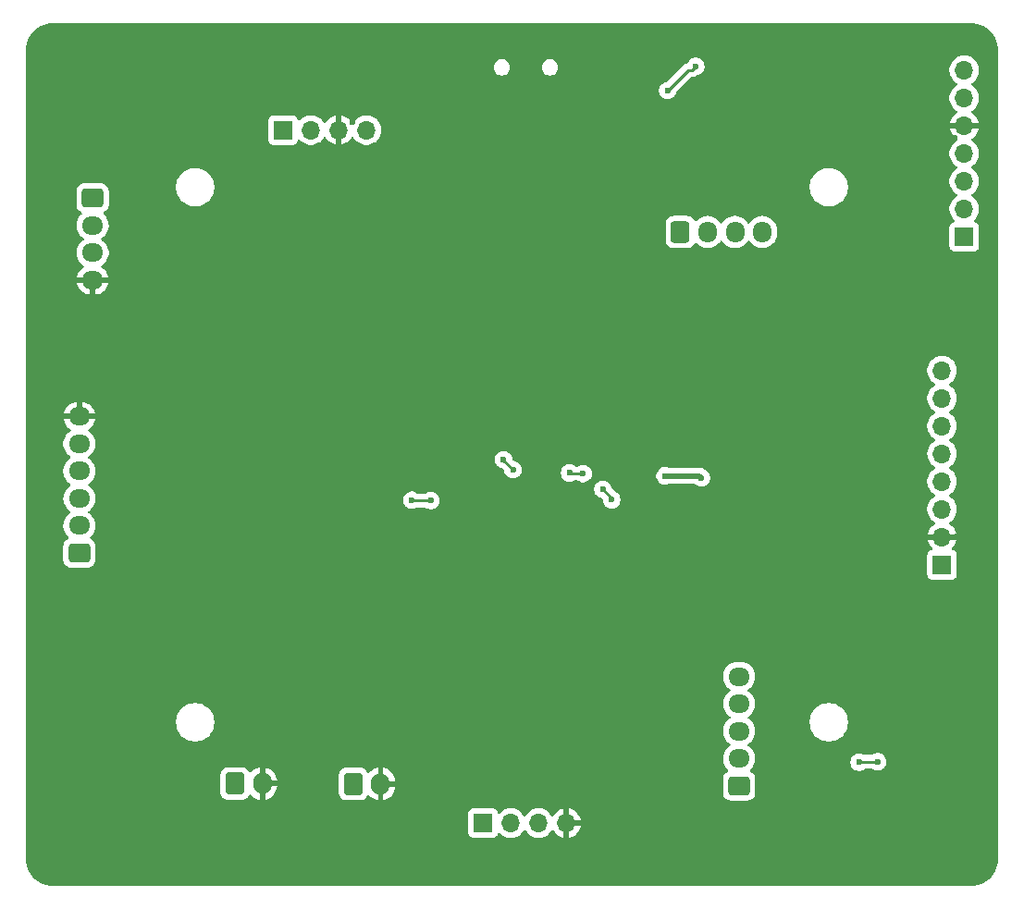
<source format=gbr>
%TF.GenerationSoftware,KiCad,Pcbnew,9.0.1*%
%TF.CreationDate,2025-05-06T12:55:39-06:00*%
%TF.ProjectId,2025_04_STM32F103_RobotBrain,32303235-5f30-4345-9f53-544d33324631,rev?*%
%TF.SameCoordinates,Original*%
%TF.FileFunction,Copper,L2,Bot*%
%TF.FilePolarity,Positive*%
%FSLAX46Y46*%
G04 Gerber Fmt 4.6, Leading zero omitted, Abs format (unit mm)*
G04 Created by KiCad (PCBNEW 9.0.1) date 2025-05-06 12:55:39*
%MOMM*%
%LPD*%
G01*
G04 APERTURE LIST*
G04 Aperture macros list*
%AMRoundRect*
0 Rectangle with rounded corners*
0 $1 Rounding radius*
0 $2 $3 $4 $5 $6 $7 $8 $9 X,Y pos of 4 corners*
0 Add a 4 corners polygon primitive as box body*
4,1,4,$2,$3,$4,$5,$6,$7,$8,$9,$2,$3,0*
0 Add four circle primitives for the rounded corners*
1,1,$1+$1,$2,$3*
1,1,$1+$1,$4,$5*
1,1,$1+$1,$6,$7*
1,1,$1+$1,$8,$9*
0 Add four rect primitives between the rounded corners*
20,1,$1+$1,$2,$3,$4,$5,0*
20,1,$1+$1,$4,$5,$6,$7,0*
20,1,$1+$1,$6,$7,$8,$9,0*
20,1,$1+$1,$8,$9,$2,$3,0*%
G04 Aperture macros list end*
%TA.AperFunction,ComponentPad*%
%ADD10R,1.700000X1.700000*%
%TD*%
%TA.AperFunction,ComponentPad*%
%ADD11O,1.700000X1.700000*%
%TD*%
%TA.AperFunction,ComponentPad*%
%ADD12RoundRect,0.250000X0.725000X-0.600000X0.725000X0.600000X-0.725000X0.600000X-0.725000X-0.600000X0*%
%TD*%
%TA.AperFunction,ComponentPad*%
%ADD13O,1.950000X1.700000*%
%TD*%
%TA.AperFunction,ComponentPad*%
%ADD14RoundRect,0.250000X-0.725000X0.600000X-0.725000X-0.600000X0.725000X-0.600000X0.725000X0.600000X0*%
%TD*%
%TA.AperFunction,ComponentPad*%
%ADD15RoundRect,0.250000X-0.600000X-0.725000X0.600000X-0.725000X0.600000X0.725000X-0.600000X0.725000X0*%
%TD*%
%TA.AperFunction,ComponentPad*%
%ADD16O,1.700000X1.950000*%
%TD*%
%TA.AperFunction,ComponentPad*%
%ADD17RoundRect,0.250000X-0.600000X-0.750000X0.600000X-0.750000X0.600000X0.750000X-0.600000X0.750000X0*%
%TD*%
%TA.AperFunction,ComponentPad*%
%ADD18O,1.700000X2.000000*%
%TD*%
%TA.AperFunction,ViaPad*%
%ADD19C,0.600000*%
%TD*%
%TA.AperFunction,Conductor*%
%ADD20C,0.254000*%
%TD*%
%TA.AperFunction,Conductor*%
%ADD21C,0.508000*%
%TD*%
G04 APERTURE END LIST*
D10*
%TO.P,J9,1,Pin_1*%
%TO.N,+3V3*%
X178500000Y-49800000D03*
D11*
%TO.P,J9,2,Pin_2*%
%TO.N,/PS2_SCK*%
X178500000Y-47260000D03*
%TO.P,J9,3,Pin_3*%
%TO.N,unconnected-(J9-Pin_3-Pad3)*%
X178500000Y-44720000D03*
%TO.P,J9,4,Pin_4*%
%TO.N,/PS2_CS*%
X178500000Y-42180000D03*
%TO.P,J9,5,Pin_5*%
%TO.N,GND*%
X178500000Y-39640000D03*
%TO.P,J9,6,Pin_6*%
%TO.N,/PS2_MISO*%
X178500000Y-37100000D03*
%TO.P,J9,7,Pin_7*%
%TO.N,/PS2_MOSI*%
X178500000Y-34560000D03*
%TD*%
D12*
%TO.P,J8,1,Pin_1*%
%TO.N,/E2A*%
X157890000Y-100070000D03*
D13*
%TO.P,J8,2,Pin_2*%
%TO.N,/E2B*%
X157890000Y-97570000D03*
%TO.P,J8,3,Pin_3*%
%TO.N,/E1A*%
X157890000Y-95070000D03*
%TO.P,J8,4,Pin_4*%
%TO.N,/E1B*%
X157890000Y-92570000D03*
%TO.P,J8,5,Pin_5*%
%TO.N,/PWR_ADC*%
X157890000Y-90070000D03*
%TD*%
D10*
%TO.P,J2,1,Pin_1*%
%TO.N,+5V*%
X176465000Y-79835000D03*
D11*
%TO.P,J2,2,Pin_2*%
%TO.N,GND*%
X176465000Y-77295000D03*
%TO.P,J2,3,Pin_3*%
%TO.N,/IMU_I2C_SCL*%
X176465000Y-74755000D03*
%TO.P,J2,4,Pin_4*%
%TO.N,/IMU_I2C_SDA*%
X176465000Y-72215000D03*
%TO.P,J2,5,Pin_5*%
%TO.N,unconnected-(J2-Pin_5-Pad5)*%
X176465000Y-69675000D03*
%TO.P,J2,6,Pin_6*%
%TO.N,unconnected-(J2-Pin_6-Pad6)*%
X176465000Y-67135000D03*
%TO.P,J2,7,Pin_7*%
%TO.N,unconnected-(J2-Pin_7-Pad7)*%
X176465000Y-64595000D03*
%TO.P,J2,8,Pin_8*%
%TO.N,/IMU_INT*%
X176465000Y-62055000D03*
%TD*%
D10*
%TO.P,J4,1,Pin_1*%
%TO.N,+3V3*%
X116160000Y-40040000D03*
D11*
%TO.P,J4,2,Pin_2*%
%TO.N,/SWCLK*%
X118700000Y-40040000D03*
%TO.P,J4,3,Pin_3*%
%TO.N,GND*%
X121240000Y-40040000D03*
%TO.P,J4,4,Pin_4*%
%TO.N,/SWDIO*%
X123780000Y-40040000D03*
%TD*%
D14*
%TO.P,J11,1,Pin_1*%
%TO.N,+3V3*%
X98720000Y-46270000D03*
D13*
%TO.P,J11,2,Pin_2*%
%TO.N,/USER_TX*%
X98720000Y-48770000D03*
%TO.P,J11,3,Pin_3*%
%TO.N,/USER_RX*%
X98720000Y-51270000D03*
%TO.P,J11,4,Pin_4*%
%TO.N,GND*%
X98720000Y-53770000D03*
%TD*%
D10*
%TO.P,J3,1,Pin_1*%
%TO.N,+5V*%
X134460000Y-103485000D03*
D11*
%TO.P,J3,2,Pin_2*%
%TO.N,/ULTRA_TRIG*%
X137000000Y-103485000D03*
%TO.P,J3,3,Pin_3*%
%TO.N,/ULTRA_ECHO*%
X139540000Y-103485000D03*
%TO.P,J3,4,Pin_4*%
%TO.N,GND*%
X142080000Y-103485000D03*
%TD*%
D15*
%TO.P,J7,1,Pin_1*%
%TO.N,/AN2*%
X152510000Y-49370000D03*
D16*
%TO.P,J7,2,Pin_2*%
%TO.N,/AN1*%
X155010000Y-49370000D03*
%TO.P,J7,3,Pin_3*%
%TO.N,/BN2*%
X157510000Y-49370000D03*
%TO.P,J7,4,Pin_4*%
%TO.N,/BN1*%
X160010000Y-49370000D03*
%TD*%
D17*
%TO.P,J5,1,Pin_1*%
%TO.N,+5V*%
X111750000Y-99875000D03*
D18*
%TO.P,J5,2,Pin_2*%
%TO.N,GND*%
X114250000Y-99875000D03*
%TD*%
D12*
%TO.P,J10,1,Pin_1*%
%TO.N,+3V3*%
X97510000Y-78760000D03*
D13*
%TO.P,J10,2,Pin_2*%
%TO.N,/X1*%
X97510000Y-76260000D03*
%TO.P,J10,3,Pin_3*%
%TO.N,/X2*%
X97510000Y-73760000D03*
%TO.P,J10,4,Pin_4*%
%TO.N,/X3*%
X97510000Y-71260000D03*
%TO.P,J10,5,Pin_5*%
%TO.N,/X4*%
X97510000Y-68760000D03*
%TO.P,J10,6,Pin_6*%
%TO.N,GND*%
X97510000Y-66260000D03*
%TD*%
D17*
%TO.P,J6,1,Pin_1*%
%TO.N,+3V3*%
X122580000Y-99900000D03*
D18*
%TO.P,J6,2,Pin_2*%
%TO.N,GND*%
X125080000Y-99900000D03*
%TD*%
D19*
%TO.N,GND*%
X152010266Y-34209064D03*
X152527880Y-36711467D03*
X128158926Y-72809594D03*
X129367425Y-75056648D03*
X136892317Y-69006139D03*
X138240704Y-70239992D03*
X144219506Y-70470070D03*
X141501480Y-70468551D03*
X144195364Y-74152415D03*
X147459562Y-73725573D03*
X168199568Y-98983254D03*
X171497703Y-97007560D03*
X155263828Y-70758507D03*
X99627328Y-66257767D03*
%TO.N,/BL_WAKEUP*%
X151340211Y-36425050D03*
%TO.N,+3V3*%
X154446405Y-71868956D03*
%TO.N,GND*%
X177858744Y-77262615D03*
X177621873Y-40769299D03*
X122467056Y-39296329D03*
X96559334Y-53869482D03*
X143443394Y-104821771D03*
X116211571Y-100052783D03*
%TO.N,+3V3*%
X151107100Y-71699470D03*
X127945473Y-73929688D03*
X129688761Y-73959824D03*
%TO.N,/E2B*%
X170578757Y-97879593D03*
X168867223Y-97924633D03*
%TO.N,/E2A*%
X137191711Y-71135002D03*
X142363000Y-71437450D03*
X136337922Y-70207083D03*
X143617000Y-71485000D03*
X145425112Y-72930354D03*
X146237469Y-73891422D03*
%TO.N,/BL_WAKEUP*%
X153931212Y-34213000D03*
%TO.N,GND*%
X135300000Y-31060000D03*
X135310000Y-31970000D03*
X138320000Y-48630000D03*
X101550000Y-104940000D03*
X136780000Y-35480000D03*
X137200000Y-59890000D03*
X135310000Y-36460000D03*
X100250000Y-97140000D03*
X148430000Y-76280000D03*
X133260000Y-70570000D03*
X160490000Y-38990000D03*
X156300000Y-38970000D03*
X135310000Y-75730000D03*
X141240000Y-79920000D03*
X116610000Y-74610000D03*
X162820000Y-30550000D03*
X150070000Y-72380000D03*
X174000000Y-92900000D03*
X132070000Y-71580000D03*
X133640000Y-85390000D03*
X141410000Y-36420000D03*
X145110000Y-70690000D03*
X173350000Y-99580000D03*
X153880000Y-30560000D03*
X148580000Y-83950000D03*
X135220000Y-88640000D03*
X141420000Y-37150000D03*
X141430000Y-31900000D03*
X141430000Y-31090000D03*
X157700000Y-38950000D03*
X175680000Y-106180000D03*
X148460000Y-78570000D03*
X137960000Y-77270000D03*
X148070000Y-63560000D03*
X148400000Y-32585000D03*
X154140426Y-36240000D03*
X130690000Y-76070000D03*
X133510000Y-59260000D03*
X142390000Y-77290000D03*
X173990000Y-90010000D03*
X142300000Y-74080000D03*
X147470000Y-58420000D03*
X135310000Y-37250000D03*
X147170000Y-41280000D03*
X126847417Y-100026391D03*
X151273417Y-73116477D03*
%TD*%
D20*
%TO.N,/BL_WAKEUP*%
X153931212Y-34213000D02*
X153594323Y-34549889D01*
X153594323Y-34549889D02*
X153215372Y-34549889D01*
X153215372Y-34549889D02*
X151340211Y-36425050D01*
D21*
%TO.N,+3V3*%
X154446405Y-71868956D02*
X154275389Y-71697940D01*
X154275389Y-71697940D02*
X151108630Y-71697940D01*
X151108630Y-71697940D02*
X151107100Y-71699470D01*
D20*
X129688761Y-73959824D02*
X127975609Y-73959824D01*
X127975609Y-73959824D02*
X127945473Y-73929688D01*
%TO.N,/E2B*%
X170578757Y-97879593D02*
X168912263Y-97879593D01*
X168912263Y-97879593D02*
X168867223Y-97924633D01*
%TO.N,/E2A*%
X136337922Y-70207083D02*
X136337922Y-70281213D01*
X136337922Y-70281213D02*
X137191711Y-71135002D01*
X142410550Y-71485000D02*
X142363000Y-71437450D01*
X143617000Y-71485000D02*
X142410550Y-71485000D01*
X146237469Y-73742711D02*
X145425112Y-72930354D01*
X146237469Y-73891422D02*
X146237469Y-73742711D01*
%TD*%
%TA.AperFunction,Conductor*%
%TO.N,GND*%
G36*
X179103736Y-30250727D02*
G01*
X179393796Y-30268272D01*
X179408657Y-30270076D01*
X179690797Y-30321781D01*
X179705334Y-30325364D01*
X179979182Y-30410699D01*
X179993163Y-30416001D01*
X180254732Y-30533724D01*
X180267987Y-30540681D01*
X180513458Y-30689072D01*
X180525776Y-30697574D01*
X180751573Y-30874474D01*
X180762781Y-30884404D01*
X180965595Y-31087219D01*
X180975525Y-31098427D01*
X181152422Y-31324218D01*
X181160928Y-31336541D01*
X181309315Y-31582004D01*
X181316274Y-31595263D01*
X181433996Y-31856832D01*
X181439305Y-31870833D01*
X181524634Y-32144664D01*
X181528218Y-32159202D01*
X181579922Y-32441340D01*
X181581727Y-32456205D01*
X181589097Y-32578033D01*
X181595513Y-32684110D01*
X181599274Y-32746274D01*
X181599500Y-32753761D01*
X181599500Y-106746250D01*
X181599274Y-106753737D01*
X181581728Y-107043795D01*
X181579923Y-107058660D01*
X181528219Y-107340798D01*
X181524635Y-107355336D01*
X181439304Y-107629175D01*
X181433994Y-107643177D01*
X181316277Y-107904731D01*
X181309319Y-107917989D01*
X181160928Y-108163459D01*
X181152422Y-108175782D01*
X180975525Y-108401573D01*
X180965595Y-108412781D01*
X180762781Y-108615596D01*
X180751573Y-108625526D01*
X180525782Y-108802422D01*
X180513458Y-108810928D01*
X180267987Y-108959319D01*
X180254730Y-108966277D01*
X179993176Y-109083994D01*
X179979174Y-109089304D01*
X179705335Y-109174635D01*
X179690797Y-109178219D01*
X179408659Y-109229923D01*
X179393794Y-109231728D01*
X179200701Y-109243408D01*
X179103712Y-109249275D01*
X179096240Y-109249501D01*
X95103752Y-109249501D01*
X95096265Y-109249275D01*
X94806205Y-109231729D01*
X94791340Y-109229924D01*
X94509202Y-109178220D01*
X94494664Y-109174636D01*
X94220832Y-109089307D01*
X94206831Y-109083998D01*
X93945263Y-108966276D01*
X93932004Y-108959317D01*
X93686540Y-108810929D01*
X93674217Y-108802423D01*
X93448426Y-108625527D01*
X93437218Y-108615597D01*
X93234403Y-108412782D01*
X93224473Y-108401574D01*
X93224472Y-108401573D01*
X93047572Y-108175777D01*
X93039074Y-108163466D01*
X92890679Y-107917989D01*
X92883724Y-107904737D01*
X92766001Y-107643168D01*
X92760692Y-107629167D01*
X92752095Y-107601579D01*
X92675362Y-107355335D01*
X92671779Y-107340798D01*
X92620075Y-107058660D01*
X92618270Y-107043795D01*
X92600726Y-106753752D01*
X92600500Y-106746265D01*
X92600500Y-102587135D01*
X133109500Y-102587135D01*
X133109500Y-104382870D01*
X133109501Y-104382876D01*
X133115908Y-104442483D01*
X133166202Y-104577328D01*
X133166206Y-104577335D01*
X133252452Y-104692544D01*
X133252455Y-104692547D01*
X133367664Y-104778793D01*
X133367671Y-104778797D01*
X133502517Y-104829091D01*
X133502516Y-104829091D01*
X133509444Y-104829835D01*
X133562127Y-104835500D01*
X135357872Y-104835499D01*
X135417483Y-104829091D01*
X135552331Y-104778796D01*
X135667546Y-104692546D01*
X135753796Y-104577331D01*
X135802810Y-104445916D01*
X135844681Y-104389984D01*
X135910145Y-104365566D01*
X135978418Y-104380417D01*
X136006673Y-104401569D01*
X136120213Y-104515109D01*
X136292179Y-104640048D01*
X136292181Y-104640049D01*
X136292184Y-104640051D01*
X136481588Y-104736557D01*
X136683757Y-104802246D01*
X136893713Y-104835500D01*
X136893714Y-104835500D01*
X137106286Y-104835500D01*
X137106287Y-104835500D01*
X137316243Y-104802246D01*
X137518412Y-104736557D01*
X137707816Y-104640051D01*
X137794138Y-104577335D01*
X137879786Y-104515109D01*
X137879788Y-104515106D01*
X137879792Y-104515104D01*
X138030104Y-104364792D01*
X138030106Y-104364788D01*
X138030109Y-104364786D01*
X138155048Y-104192820D01*
X138155047Y-104192820D01*
X138155051Y-104192816D01*
X138159514Y-104184054D01*
X138207488Y-104133259D01*
X138275308Y-104116463D01*
X138341444Y-104138999D01*
X138380486Y-104184056D01*
X138384951Y-104192820D01*
X138509890Y-104364786D01*
X138660213Y-104515109D01*
X138832179Y-104640048D01*
X138832181Y-104640049D01*
X138832184Y-104640051D01*
X139021588Y-104736557D01*
X139223757Y-104802246D01*
X139433713Y-104835500D01*
X139433714Y-104835500D01*
X139646286Y-104835500D01*
X139646287Y-104835500D01*
X139856243Y-104802246D01*
X140058412Y-104736557D01*
X140247816Y-104640051D01*
X140334138Y-104577335D01*
X140419786Y-104515109D01*
X140419788Y-104515106D01*
X140419792Y-104515104D01*
X140570104Y-104364792D01*
X140570106Y-104364788D01*
X140570109Y-104364786D01*
X140695048Y-104192820D01*
X140695051Y-104192816D01*
X140699793Y-104183508D01*
X140747763Y-104132711D01*
X140815583Y-104115911D01*
X140881719Y-104138445D01*
X140920763Y-104183500D01*
X140925377Y-104192555D01*
X141050272Y-104364459D01*
X141050276Y-104364464D01*
X141200535Y-104514723D01*
X141200540Y-104514727D01*
X141372442Y-104639620D01*
X141561782Y-104736095D01*
X141763871Y-104801757D01*
X141830000Y-104812231D01*
X141830000Y-103918012D01*
X141887007Y-103950925D01*
X142014174Y-103985000D01*
X142145826Y-103985000D01*
X142272993Y-103950925D01*
X142330000Y-103918012D01*
X142330000Y-104812230D01*
X142396126Y-104801757D01*
X142396129Y-104801757D01*
X142598217Y-104736095D01*
X142787557Y-104639620D01*
X142959459Y-104514727D01*
X142959464Y-104514723D01*
X143109723Y-104364464D01*
X143109727Y-104364459D01*
X143234620Y-104192557D01*
X143331095Y-104003217D01*
X143396757Y-103801129D01*
X143396757Y-103801126D01*
X143407231Y-103735000D01*
X142513012Y-103735000D01*
X142545925Y-103677993D01*
X142580000Y-103550826D01*
X142580000Y-103419174D01*
X142545925Y-103292007D01*
X142513012Y-103235000D01*
X143407231Y-103235000D01*
X143396757Y-103168873D01*
X143396757Y-103168870D01*
X143331095Y-102966782D01*
X143234620Y-102777442D01*
X143109727Y-102605540D01*
X143109723Y-102605535D01*
X142959464Y-102455276D01*
X142959459Y-102455272D01*
X142787557Y-102330379D01*
X142598215Y-102233903D01*
X142396124Y-102168241D01*
X142330000Y-102157768D01*
X142330000Y-103051988D01*
X142272993Y-103019075D01*
X142145826Y-102985000D01*
X142014174Y-102985000D01*
X141887007Y-103019075D01*
X141830000Y-103051988D01*
X141830000Y-102157768D01*
X141829999Y-102157768D01*
X141763875Y-102168241D01*
X141561784Y-102233903D01*
X141372442Y-102330379D01*
X141200540Y-102455272D01*
X141200535Y-102455276D01*
X141050276Y-102605535D01*
X141050272Y-102605540D01*
X140925378Y-102777443D01*
X140920762Y-102786502D01*
X140872784Y-102837295D01*
X140804963Y-102854087D01*
X140738829Y-102831546D01*
X140699794Y-102786493D01*
X140695051Y-102777184D01*
X140695049Y-102777181D01*
X140695048Y-102777179D01*
X140570109Y-102605213D01*
X140419786Y-102454890D01*
X140247820Y-102329951D01*
X140058414Y-102233444D01*
X140058413Y-102233443D01*
X140058412Y-102233443D01*
X139856243Y-102167754D01*
X139856241Y-102167753D01*
X139856240Y-102167753D01*
X139694957Y-102142208D01*
X139646287Y-102134500D01*
X139433713Y-102134500D01*
X139385042Y-102142208D01*
X139223760Y-102167753D01*
X139021585Y-102233444D01*
X138832179Y-102329951D01*
X138660213Y-102454890D01*
X138509890Y-102605213D01*
X138384949Y-102777182D01*
X138380484Y-102785946D01*
X138332509Y-102836742D01*
X138264688Y-102853536D01*
X138198553Y-102830998D01*
X138159516Y-102785946D01*
X138155050Y-102777182D01*
X138030109Y-102605213D01*
X137879786Y-102454890D01*
X137707820Y-102329951D01*
X137518414Y-102233444D01*
X137518413Y-102233443D01*
X137518412Y-102233443D01*
X137316243Y-102167754D01*
X137316241Y-102167753D01*
X137316240Y-102167753D01*
X137154957Y-102142208D01*
X137106287Y-102134500D01*
X136893713Y-102134500D01*
X136845042Y-102142208D01*
X136683760Y-102167753D01*
X136481585Y-102233444D01*
X136292179Y-102329951D01*
X136120215Y-102454889D01*
X136006673Y-102568431D01*
X135945350Y-102601915D01*
X135875658Y-102596931D01*
X135819725Y-102555059D01*
X135802810Y-102524082D01*
X135753797Y-102392671D01*
X135753793Y-102392664D01*
X135667547Y-102277455D01*
X135667544Y-102277452D01*
X135552335Y-102191206D01*
X135552328Y-102191202D01*
X135417482Y-102140908D01*
X135417483Y-102140908D01*
X135357883Y-102134501D01*
X135357881Y-102134500D01*
X135357873Y-102134500D01*
X135357864Y-102134500D01*
X133562129Y-102134500D01*
X133562123Y-102134501D01*
X133502516Y-102140908D01*
X133367671Y-102191202D01*
X133367664Y-102191206D01*
X133252455Y-102277452D01*
X133252452Y-102277455D01*
X133166206Y-102392664D01*
X133166202Y-102392671D01*
X133115908Y-102527517D01*
X133109501Y-102587116D01*
X133109500Y-102587135D01*
X92600500Y-102587135D01*
X92600500Y-99074983D01*
X110399500Y-99074983D01*
X110399500Y-100675001D01*
X110399501Y-100675018D01*
X110410000Y-100777796D01*
X110410001Y-100777799D01*
X110465185Y-100944331D01*
X110465186Y-100944334D01*
X110557288Y-101093656D01*
X110681344Y-101217712D01*
X110830666Y-101309814D01*
X110997203Y-101364999D01*
X111099991Y-101375500D01*
X112400008Y-101375499D01*
X112502797Y-101364999D01*
X112669334Y-101309814D01*
X112818656Y-101217712D01*
X112942712Y-101093656D01*
X113034814Y-100944334D01*
X113034814Y-100944331D01*
X113038448Y-100938441D01*
X113090395Y-100891716D01*
X113159358Y-100880493D01*
X113223440Y-100908336D01*
X113231668Y-100915856D01*
X113370535Y-101054723D01*
X113370540Y-101054727D01*
X113542442Y-101179620D01*
X113731782Y-101276095D01*
X113933871Y-101341757D01*
X114000000Y-101352231D01*
X114000000Y-100308012D01*
X114057007Y-100340925D01*
X114184174Y-100375000D01*
X114315826Y-100375000D01*
X114442993Y-100340925D01*
X114500000Y-100308012D01*
X114500000Y-101352230D01*
X114566126Y-101341757D01*
X114566129Y-101341757D01*
X114768217Y-101276095D01*
X114957557Y-101179620D01*
X115129459Y-101054727D01*
X115129464Y-101054723D01*
X115279723Y-100904464D01*
X115279727Y-100904459D01*
X115404620Y-100732557D01*
X115501095Y-100543217D01*
X115566757Y-100341130D01*
X115566757Y-100341127D01*
X115600000Y-100131246D01*
X115600000Y-100125000D01*
X114683012Y-100125000D01*
X114715925Y-100067993D01*
X114750000Y-99940826D01*
X114750000Y-99809174D01*
X114715925Y-99682007D01*
X114683012Y-99625000D01*
X115600000Y-99625000D01*
X115600000Y-99618753D01*
X115566757Y-99408872D01*
X115566757Y-99408869D01*
X115501094Y-99206780D01*
X115473758Y-99153130D01*
X115473757Y-99153129D01*
X115446677Y-99099983D01*
X121229500Y-99099983D01*
X121229500Y-100700001D01*
X121229501Y-100700018D01*
X121240000Y-100802796D01*
X121240001Y-100802799D01*
X121273690Y-100904464D01*
X121295186Y-100969334D01*
X121387288Y-101118656D01*
X121511344Y-101242712D01*
X121660666Y-101334814D01*
X121827203Y-101389999D01*
X121929991Y-101400500D01*
X123230008Y-101400499D01*
X123332797Y-101389999D01*
X123499334Y-101334814D01*
X123648656Y-101242712D01*
X123772712Y-101118656D01*
X123864814Y-100969334D01*
X123864814Y-100969331D01*
X123868448Y-100963441D01*
X123920395Y-100916716D01*
X123989358Y-100905493D01*
X124053440Y-100933336D01*
X124061668Y-100940856D01*
X124200535Y-101079723D01*
X124200540Y-101079727D01*
X124372442Y-101204620D01*
X124561782Y-101301095D01*
X124763871Y-101366757D01*
X124830000Y-101377231D01*
X124830000Y-100333012D01*
X124887007Y-100365925D01*
X125014174Y-100400000D01*
X125145826Y-100400000D01*
X125272993Y-100365925D01*
X125330000Y-100333012D01*
X125330000Y-101377230D01*
X125396126Y-101366757D01*
X125396129Y-101366757D01*
X125598217Y-101301095D01*
X125787557Y-101204620D01*
X125959459Y-101079727D01*
X125959464Y-101079723D01*
X126109723Y-100929464D01*
X126109727Y-100929459D01*
X126234620Y-100757557D01*
X126331095Y-100568217D01*
X126396757Y-100366130D01*
X126396757Y-100366127D01*
X126430000Y-100156246D01*
X126430000Y-100150000D01*
X125513012Y-100150000D01*
X125545925Y-100092993D01*
X125580000Y-99965826D01*
X125580000Y-99834174D01*
X125545925Y-99707007D01*
X125513012Y-99650000D01*
X126430000Y-99650000D01*
X126430000Y-99643753D01*
X126396757Y-99433872D01*
X126396757Y-99433869D01*
X126331095Y-99231782D01*
X126234620Y-99042442D01*
X126109727Y-98870540D01*
X126109723Y-98870535D01*
X125959464Y-98720276D01*
X125959459Y-98720272D01*
X125787557Y-98595379D01*
X125598215Y-98498903D01*
X125396124Y-98433241D01*
X125330000Y-98422768D01*
X125330000Y-99466988D01*
X125272993Y-99434075D01*
X125145826Y-99400000D01*
X125014174Y-99400000D01*
X124887007Y-99434075D01*
X124830000Y-99466988D01*
X124830000Y-98422768D01*
X124829999Y-98422768D01*
X124763875Y-98433241D01*
X124561784Y-98498903D01*
X124372442Y-98595379D01*
X124200541Y-98720271D01*
X124061668Y-98859144D01*
X124000345Y-98892628D01*
X123930653Y-98887644D01*
X123874720Y-98845772D01*
X123868448Y-98836558D01*
X123799670Y-98725051D01*
X123772712Y-98681344D01*
X123648656Y-98557288D01*
X123499334Y-98465186D01*
X123332797Y-98410001D01*
X123332795Y-98410000D01*
X123230010Y-98399500D01*
X121929998Y-98399500D01*
X121929981Y-98399501D01*
X121827203Y-98410000D01*
X121827200Y-98410001D01*
X121660668Y-98465185D01*
X121660663Y-98465187D01*
X121511342Y-98557289D01*
X121387289Y-98681342D01*
X121295187Y-98830663D01*
X121295185Y-98830668D01*
X121276305Y-98887644D01*
X121240001Y-98997203D01*
X121240001Y-98997204D01*
X121240000Y-98997204D01*
X121229500Y-99099983D01*
X115446677Y-99099983D01*
X115404620Y-99017442D01*
X115279727Y-98845540D01*
X115279723Y-98845535D01*
X115129464Y-98695276D01*
X115129459Y-98695272D01*
X114957557Y-98570379D01*
X114768215Y-98473903D01*
X114566124Y-98408241D01*
X114500000Y-98397768D01*
X114500000Y-99441988D01*
X114442993Y-99409075D01*
X114315826Y-99375000D01*
X114184174Y-99375000D01*
X114057007Y-99409075D01*
X114000000Y-99441988D01*
X114000000Y-98397768D01*
X113999999Y-98397768D01*
X113933875Y-98408241D01*
X113731784Y-98473903D01*
X113542442Y-98570379D01*
X113370541Y-98695271D01*
X113231668Y-98834144D01*
X113170345Y-98867628D01*
X113100653Y-98862644D01*
X113044720Y-98820772D01*
X113038448Y-98811558D01*
X112985272Y-98725346D01*
X112942712Y-98656344D01*
X112818656Y-98532288D01*
X112669334Y-98440186D01*
X112502797Y-98385001D01*
X112502795Y-98385000D01*
X112400010Y-98374500D01*
X111099998Y-98374500D01*
X111099981Y-98374501D01*
X110997203Y-98385000D01*
X110997200Y-98385001D01*
X110830668Y-98440185D01*
X110830663Y-98440187D01*
X110681342Y-98532289D01*
X110557289Y-98656342D01*
X110465187Y-98805663D01*
X110465185Y-98805668D01*
X110443689Y-98870540D01*
X110410001Y-98972203D01*
X110410001Y-98972204D01*
X110410000Y-98972204D01*
X110399500Y-99074983D01*
X92600500Y-99074983D01*
X92600500Y-94135259D01*
X106349500Y-94135259D01*
X106349500Y-94364742D01*
X106374100Y-94551585D01*
X106379452Y-94592239D01*
X106415153Y-94725479D01*
X106438842Y-94813888D01*
X106526650Y-95025877D01*
X106526656Y-95025889D01*
X106613487Y-95176286D01*
X106641392Y-95224618D01*
X106781081Y-95406662D01*
X106781089Y-95406671D01*
X106943330Y-95568912D01*
X106943338Y-95568919D01*
X107125382Y-95708608D01*
X107125385Y-95708609D01*
X107125388Y-95708612D01*
X107324112Y-95823345D01*
X107324117Y-95823347D01*
X107324123Y-95823350D01*
X107415480Y-95861191D01*
X107536113Y-95911159D01*
X107757762Y-95970549D01*
X107985266Y-96000501D01*
X107985273Y-96000501D01*
X108214727Y-96000501D01*
X108214734Y-96000501D01*
X108442238Y-95970549D01*
X108663887Y-95911159D01*
X108875888Y-95823345D01*
X109074612Y-95708612D01*
X109256661Y-95568920D01*
X109256665Y-95568915D01*
X109256670Y-95568912D01*
X109418911Y-95406671D01*
X109418914Y-95406666D01*
X109418919Y-95406662D01*
X109558611Y-95224613D01*
X109673344Y-95025889D01*
X109761158Y-94813888D01*
X109820548Y-94592239D01*
X109850500Y-94364735D01*
X109850500Y-94135267D01*
X109820548Y-93907763D01*
X109761158Y-93686114D01*
X109697642Y-93532774D01*
X109673349Y-93474124D01*
X109673346Y-93474118D01*
X109673344Y-93474113D01*
X109558611Y-93275389D01*
X109558608Y-93275386D01*
X109558607Y-93275383D01*
X109418918Y-93093339D01*
X109418911Y-93093331D01*
X109256670Y-92931090D01*
X109256661Y-92931082D01*
X109074617Y-92791393D01*
X108875890Y-92676658D01*
X108875876Y-92676651D01*
X108663887Y-92588843D01*
X108442238Y-92529453D01*
X108404215Y-92524447D01*
X108214741Y-92499501D01*
X108214734Y-92499501D01*
X107985266Y-92499501D01*
X107985258Y-92499501D01*
X107768715Y-92528010D01*
X107757762Y-92529453D01*
X107664076Y-92554555D01*
X107536112Y-92588843D01*
X107324123Y-92676651D01*
X107324109Y-92676658D01*
X107125382Y-92791393D01*
X106943338Y-92931082D01*
X106781081Y-93093339D01*
X106641392Y-93275383D01*
X106526657Y-93474110D01*
X106526650Y-93474124D01*
X106438842Y-93686113D01*
X106379453Y-93907760D01*
X106379451Y-93907771D01*
X106349500Y-94135259D01*
X92600500Y-94135259D01*
X92600500Y-89963713D01*
X156414500Y-89963713D01*
X156414500Y-90176286D01*
X156447753Y-90386239D01*
X156513444Y-90588414D01*
X156609951Y-90777820D01*
X156734890Y-90949786D01*
X156885209Y-91100105D01*
X156885214Y-91100109D01*
X157049793Y-91219682D01*
X157092459Y-91275011D01*
X157098438Y-91344625D01*
X157065833Y-91406420D01*
X157049793Y-91420318D01*
X156885214Y-91539890D01*
X156885209Y-91539894D01*
X156734890Y-91690213D01*
X156609951Y-91862179D01*
X156513444Y-92051585D01*
X156447753Y-92253760D01*
X156414500Y-92463713D01*
X156414500Y-92676286D01*
X156447753Y-92886239D01*
X156513444Y-93088414D01*
X156609951Y-93277820D01*
X156734890Y-93449786D01*
X156885209Y-93600105D01*
X156885214Y-93600109D01*
X157049793Y-93719682D01*
X157092459Y-93775011D01*
X157098438Y-93844625D01*
X157065833Y-93906420D01*
X157049793Y-93920318D01*
X156885214Y-94039890D01*
X156885209Y-94039894D01*
X156734890Y-94190213D01*
X156609951Y-94362179D01*
X156513444Y-94551585D01*
X156447753Y-94753760D01*
X156422849Y-94911001D01*
X156414500Y-94963713D01*
X156414500Y-95176287D01*
X156447754Y-95386243D01*
X156507109Y-95568919D01*
X156513444Y-95588414D01*
X156609951Y-95777820D01*
X156734890Y-95949786D01*
X156885209Y-96100105D01*
X156885214Y-96100109D01*
X157049793Y-96219682D01*
X157092459Y-96275011D01*
X157098438Y-96344625D01*
X157065833Y-96406420D01*
X157049793Y-96420318D01*
X156885214Y-96539890D01*
X156885209Y-96539894D01*
X156734890Y-96690213D01*
X156609951Y-96862179D01*
X156513444Y-97051585D01*
X156513443Y-97051587D01*
X156513443Y-97051588D01*
X156494510Y-97109857D01*
X156447753Y-97253760D01*
X156414500Y-97463713D01*
X156414500Y-97676286D01*
X156434212Y-97800746D01*
X156447754Y-97886243D01*
X156485846Y-98003479D01*
X156513444Y-98088414D01*
X156609951Y-98277820D01*
X156734890Y-98449786D01*
X156873705Y-98588601D01*
X156907190Y-98649924D01*
X156902206Y-98719616D01*
X156860334Y-98775549D01*
X156851121Y-98781821D01*
X156696342Y-98877289D01*
X156572289Y-99001342D01*
X156480187Y-99150663D01*
X156480185Y-99150668D01*
X156461592Y-99206780D01*
X156425001Y-99317203D01*
X156425001Y-99317204D01*
X156425000Y-99317204D01*
X156414500Y-99419983D01*
X156414500Y-100720001D01*
X156414501Y-100720018D01*
X156425000Y-100822796D01*
X156425001Y-100822799D01*
X156464122Y-100940856D01*
X156480186Y-100989334D01*
X156572288Y-101138656D01*
X156696344Y-101262712D01*
X156845666Y-101354814D01*
X157012203Y-101409999D01*
X157114991Y-101420500D01*
X158665008Y-101420499D01*
X158767797Y-101409999D01*
X158934334Y-101354814D01*
X159083656Y-101262712D01*
X159207712Y-101138656D01*
X159299814Y-100989334D01*
X159354999Y-100822797D01*
X159365500Y-100720009D01*
X159365499Y-99419992D01*
X159354999Y-99317203D01*
X159299814Y-99150666D01*
X159207712Y-99001344D01*
X159083656Y-98877288D01*
X158934334Y-98785186D01*
X158934333Y-98785185D01*
X158928878Y-98781821D01*
X158882154Y-98729873D01*
X158870931Y-98660910D01*
X158898775Y-98596828D01*
X158906272Y-98588623D01*
X159045104Y-98449792D01*
X159052083Y-98440187D01*
X159170048Y-98277820D01*
X159170047Y-98277820D01*
X159170051Y-98277816D01*
X159266557Y-98088412D01*
X159332246Y-97886243D01*
X159338654Y-97845786D01*
X168066723Y-97845786D01*
X168066723Y-98003479D01*
X168097484Y-98158122D01*
X168097487Y-98158134D01*
X168157825Y-98303805D01*
X168157832Y-98303818D01*
X168245433Y-98434921D01*
X168245436Y-98434925D01*
X168356930Y-98546419D01*
X168356934Y-98546422D01*
X168488037Y-98634023D01*
X168488050Y-98634030D01*
X168599258Y-98680093D01*
X168633726Y-98694370D01*
X168787969Y-98725051D01*
X168788376Y-98725132D01*
X168788379Y-98725133D01*
X168788381Y-98725133D01*
X168946067Y-98725133D01*
X168946068Y-98725132D01*
X169100720Y-98694370D01*
X169246402Y-98634027D01*
X169377512Y-98546422D01*
X169377515Y-98546419D01*
X169380523Y-98543412D01*
X169441846Y-98509927D01*
X169468204Y-98507093D01*
X170039400Y-98507093D01*
X170106439Y-98526778D01*
X170108291Y-98527991D01*
X170199571Y-98588983D01*
X170199584Y-98588990D01*
X170308305Y-98634023D01*
X170345260Y-98649330D01*
X170499910Y-98680092D01*
X170499913Y-98680093D01*
X170499915Y-98680093D01*
X170657601Y-98680093D01*
X170657602Y-98680092D01*
X170812254Y-98649330D01*
X170957936Y-98588987D01*
X171089046Y-98501382D01*
X171200546Y-98389882D01*
X171288151Y-98258772D01*
X171348494Y-98113090D01*
X171379257Y-97958435D01*
X171379257Y-97800751D01*
X171379257Y-97800748D01*
X171379256Y-97800746D01*
X171348495Y-97646103D01*
X171348494Y-97646096D01*
X171306807Y-97545454D01*
X171288154Y-97500420D01*
X171288147Y-97500407D01*
X171200546Y-97369304D01*
X171200543Y-97369300D01*
X171089049Y-97257806D01*
X171089045Y-97257803D01*
X170957942Y-97170202D01*
X170957929Y-97170195D01*
X170812258Y-97109857D01*
X170812246Y-97109854D01*
X170657602Y-97079093D01*
X170657599Y-97079093D01*
X170499915Y-97079093D01*
X170499912Y-97079093D01*
X170345267Y-97109854D01*
X170345255Y-97109857D01*
X170199584Y-97170195D01*
X170199571Y-97170202D01*
X170108291Y-97231195D01*
X170041614Y-97252073D01*
X170039400Y-97252093D01*
X169339173Y-97252093D01*
X169272134Y-97232408D01*
X169270283Y-97231195D01*
X169246403Y-97215239D01*
X169246400Y-97215237D01*
X169100724Y-97154897D01*
X169100712Y-97154894D01*
X168946068Y-97124133D01*
X168946065Y-97124133D01*
X168788381Y-97124133D01*
X168788378Y-97124133D01*
X168633733Y-97154894D01*
X168633721Y-97154897D01*
X168488050Y-97215235D01*
X168488037Y-97215242D01*
X168356934Y-97302843D01*
X168356930Y-97302846D01*
X168245436Y-97414340D01*
X168245433Y-97414344D01*
X168157832Y-97545447D01*
X168157825Y-97545460D01*
X168097487Y-97691131D01*
X168097484Y-97691143D01*
X168066723Y-97845786D01*
X159338654Y-97845786D01*
X159365500Y-97676287D01*
X159365500Y-97463713D01*
X159332246Y-97253757D01*
X159266557Y-97051588D01*
X159170051Y-96862184D01*
X159170049Y-96862181D01*
X159170048Y-96862179D01*
X159045109Y-96690213D01*
X158894792Y-96539896D01*
X158894784Y-96539890D01*
X158730204Y-96420316D01*
X158687540Y-96364989D01*
X158681561Y-96295376D01*
X158714166Y-96233580D01*
X158730199Y-96219686D01*
X158894792Y-96100104D01*
X159045104Y-95949792D01*
X159045106Y-95949788D01*
X159045109Y-95949786D01*
X159170048Y-95777820D01*
X159170047Y-95777820D01*
X159170051Y-95777816D01*
X159266557Y-95588412D01*
X159332246Y-95386243D01*
X159365500Y-95176287D01*
X159365500Y-94963713D01*
X159332246Y-94753757D01*
X159266557Y-94551588D01*
X159170051Y-94362184D01*
X159170049Y-94362181D01*
X159170048Y-94362179D01*
X159055193Y-94204093D01*
X159045109Y-94190214D01*
X159045105Y-94190209D01*
X158990155Y-94135259D01*
X164349500Y-94135259D01*
X164349500Y-94364742D01*
X164374100Y-94551585D01*
X164379452Y-94592239D01*
X164415153Y-94725479D01*
X164438842Y-94813888D01*
X164526650Y-95025877D01*
X164526656Y-95025889D01*
X164613487Y-95176286D01*
X164641392Y-95224618D01*
X164781081Y-95406662D01*
X164781089Y-95406671D01*
X164943330Y-95568912D01*
X164943338Y-95568919D01*
X165125382Y-95708608D01*
X165125385Y-95708609D01*
X165125388Y-95708612D01*
X165324112Y-95823345D01*
X165324117Y-95823347D01*
X165324123Y-95823350D01*
X165415480Y-95861191D01*
X165536113Y-95911159D01*
X165757762Y-95970549D01*
X165985266Y-96000501D01*
X165985273Y-96000501D01*
X166214727Y-96000501D01*
X166214734Y-96000501D01*
X166442238Y-95970549D01*
X166663887Y-95911159D01*
X166875888Y-95823345D01*
X167074612Y-95708612D01*
X167256661Y-95568920D01*
X167256665Y-95568915D01*
X167256670Y-95568912D01*
X167418911Y-95406671D01*
X167418914Y-95406666D01*
X167418919Y-95406662D01*
X167558611Y-95224613D01*
X167673344Y-95025889D01*
X167761158Y-94813888D01*
X167820548Y-94592239D01*
X167850500Y-94364735D01*
X167850500Y-94135267D01*
X167820548Y-93907763D01*
X167761158Y-93686114D01*
X167697642Y-93532774D01*
X167673349Y-93474124D01*
X167673346Y-93474118D01*
X167673344Y-93474113D01*
X167558611Y-93275389D01*
X167558608Y-93275386D01*
X167558607Y-93275383D01*
X167418918Y-93093339D01*
X167418911Y-93093331D01*
X167256670Y-92931090D01*
X167256661Y-92931082D01*
X167074617Y-92791393D01*
X166875890Y-92676658D01*
X166875876Y-92676651D01*
X166663887Y-92588843D01*
X166442238Y-92529453D01*
X166404215Y-92524447D01*
X166214741Y-92499501D01*
X166214734Y-92499501D01*
X165985266Y-92499501D01*
X165985258Y-92499501D01*
X165768715Y-92528010D01*
X165757762Y-92529453D01*
X165664076Y-92554555D01*
X165536112Y-92588843D01*
X165324123Y-92676651D01*
X165324109Y-92676658D01*
X165125382Y-92791393D01*
X164943338Y-92931082D01*
X164781081Y-93093339D01*
X164641392Y-93275383D01*
X164526657Y-93474110D01*
X164526650Y-93474124D01*
X164438842Y-93686113D01*
X164379453Y-93907760D01*
X164379451Y-93907771D01*
X164349500Y-94135259D01*
X158990155Y-94135259D01*
X158894792Y-94039896D01*
X158884520Y-94032433D01*
X158730204Y-93920316D01*
X158687540Y-93864989D01*
X158681561Y-93795376D01*
X158714166Y-93733580D01*
X158730199Y-93719686D01*
X158894792Y-93600104D01*
X159045104Y-93449792D01*
X159045106Y-93449788D01*
X159045109Y-93449786D01*
X159170048Y-93277820D01*
X159170047Y-93277820D01*
X159170051Y-93277816D01*
X159266557Y-93088412D01*
X159332246Y-92886243D01*
X159365500Y-92676287D01*
X159365500Y-92463713D01*
X159332246Y-92253757D01*
X159266557Y-92051588D01*
X159170051Y-91862184D01*
X159170049Y-91862181D01*
X159170048Y-91862179D01*
X159045109Y-91690213D01*
X158894792Y-91539896D01*
X158894784Y-91539890D01*
X158730204Y-91420316D01*
X158687540Y-91364989D01*
X158681561Y-91295376D01*
X158714166Y-91233580D01*
X158730199Y-91219686D01*
X158894792Y-91100104D01*
X159045104Y-90949792D01*
X159045106Y-90949788D01*
X159045109Y-90949786D01*
X159170048Y-90777820D01*
X159170047Y-90777820D01*
X159170051Y-90777816D01*
X159266557Y-90588412D01*
X159332246Y-90386243D01*
X159365500Y-90176287D01*
X159365500Y-89963713D01*
X159332246Y-89753757D01*
X159266557Y-89551588D01*
X159170051Y-89362184D01*
X159170049Y-89362181D01*
X159170048Y-89362179D01*
X159045109Y-89190213D01*
X158894786Y-89039890D01*
X158722820Y-88914951D01*
X158533414Y-88818444D01*
X158533413Y-88818443D01*
X158533412Y-88818443D01*
X158331243Y-88752754D01*
X158331241Y-88752753D01*
X158331240Y-88752753D01*
X158169957Y-88727208D01*
X158121287Y-88719500D01*
X157658713Y-88719500D01*
X157610042Y-88727208D01*
X157448760Y-88752753D01*
X157246585Y-88818444D01*
X157057179Y-88914951D01*
X156885213Y-89039890D01*
X156734890Y-89190213D01*
X156609951Y-89362179D01*
X156513444Y-89551585D01*
X156447753Y-89753760D01*
X156414500Y-89963713D01*
X92600500Y-89963713D01*
X92600500Y-68653713D01*
X96034500Y-68653713D01*
X96034500Y-68866286D01*
X96067753Y-69076239D01*
X96133444Y-69278414D01*
X96229951Y-69467820D01*
X96354890Y-69639786D01*
X96505209Y-69790105D01*
X96505214Y-69790109D01*
X96669793Y-69909682D01*
X96712459Y-69965011D01*
X96718438Y-70034625D01*
X96685833Y-70096420D01*
X96669793Y-70110318D01*
X96505214Y-70229890D01*
X96505209Y-70229894D01*
X96354890Y-70380213D01*
X96229951Y-70552179D01*
X96133444Y-70741585D01*
X96067753Y-70943760D01*
X96041125Y-71111882D01*
X96034500Y-71153713D01*
X96034500Y-71366287D01*
X96034851Y-71368503D01*
X96058258Y-71516292D01*
X96067754Y-71576243D01*
X96113975Y-71718497D01*
X96133444Y-71778414D01*
X96229951Y-71967820D01*
X96354890Y-72139786D01*
X96505209Y-72290105D01*
X96505214Y-72290109D01*
X96669793Y-72409682D01*
X96712459Y-72465011D01*
X96718438Y-72534625D01*
X96685833Y-72596420D01*
X96669793Y-72610318D01*
X96505214Y-72729890D01*
X96505209Y-72729894D01*
X96354890Y-72880213D01*
X96229951Y-73052179D01*
X96133444Y-73241585D01*
X96133443Y-73241587D01*
X96133443Y-73241588D01*
X96111369Y-73309526D01*
X96067753Y-73443760D01*
X96043722Y-73595486D01*
X96034500Y-73653713D01*
X96034500Y-73866287D01*
X96036829Y-73880992D01*
X96063150Y-74047179D01*
X96067754Y-74076243D01*
X96119853Y-74236588D01*
X96133444Y-74278414D01*
X96229951Y-74467820D01*
X96354890Y-74639786D01*
X96505209Y-74790105D01*
X96505214Y-74790109D01*
X96669793Y-74909682D01*
X96712459Y-74965011D01*
X96718438Y-75034625D01*
X96685833Y-75096420D01*
X96669793Y-75110318D01*
X96505214Y-75229890D01*
X96505209Y-75229894D01*
X96354890Y-75380213D01*
X96229951Y-75552179D01*
X96133444Y-75741585D01*
X96067753Y-75943760D01*
X96042136Y-76105500D01*
X96034500Y-76153713D01*
X96034500Y-76366287D01*
X96067754Y-76576243D01*
X96132913Y-76776782D01*
X96133444Y-76778414D01*
X96229951Y-76967820D01*
X96354890Y-77139786D01*
X96493705Y-77278601D01*
X96527190Y-77339924D01*
X96522206Y-77409616D01*
X96480334Y-77465549D01*
X96471121Y-77471821D01*
X96316342Y-77567289D01*
X96192289Y-77691342D01*
X96100187Y-77840663D01*
X96100186Y-77840666D01*
X96045001Y-78007203D01*
X96045001Y-78007204D01*
X96045000Y-78007204D01*
X96034500Y-78109983D01*
X96034500Y-79410001D01*
X96034501Y-79410018D01*
X96045000Y-79512796D01*
X96045001Y-79512799D01*
X96100185Y-79679331D01*
X96100186Y-79679334D01*
X96192288Y-79828656D01*
X96316344Y-79952712D01*
X96465666Y-80044814D01*
X96632203Y-80099999D01*
X96734991Y-80110500D01*
X98285008Y-80110499D01*
X98387797Y-80099999D01*
X98554334Y-80044814D01*
X98703656Y-79952712D01*
X98827712Y-79828656D01*
X98919814Y-79679334D01*
X98974999Y-79512797D01*
X98985500Y-79410009D01*
X98985499Y-78742671D01*
X98985499Y-78109998D01*
X98985498Y-78109981D01*
X98974999Y-78007203D01*
X98974998Y-78007200D01*
X98973459Y-78002557D01*
X98919814Y-77840666D01*
X98827712Y-77691344D01*
X98703656Y-77567288D01*
X98554334Y-77475186D01*
X98554333Y-77475185D01*
X98548878Y-77471821D01*
X98502154Y-77419873D01*
X98490931Y-77350910D01*
X98518775Y-77286828D01*
X98526272Y-77278623D01*
X98665104Y-77139792D01*
X98790051Y-76967816D01*
X98886557Y-76778412D01*
X98952246Y-76576243D01*
X98985500Y-76366287D01*
X98985500Y-76153713D01*
X98952246Y-75943757D01*
X98886557Y-75741588D01*
X98790051Y-75552184D01*
X98790049Y-75552181D01*
X98790048Y-75552179D01*
X98665109Y-75380213D01*
X98514792Y-75229896D01*
X98514784Y-75229890D01*
X98350204Y-75110316D01*
X98307540Y-75054989D01*
X98301561Y-74985376D01*
X98334166Y-74923580D01*
X98350199Y-74909686D01*
X98514792Y-74790104D01*
X98665104Y-74639792D01*
X98665106Y-74639788D01*
X98665109Y-74639786D01*
X98790048Y-74467820D01*
X98790047Y-74467820D01*
X98790051Y-74467816D01*
X98886557Y-74278412D01*
X98952246Y-74076243D01*
X98985500Y-73866287D01*
X98985500Y-73850841D01*
X127144973Y-73850841D01*
X127144973Y-74008534D01*
X127175734Y-74163177D01*
X127175737Y-74163189D01*
X127236075Y-74308860D01*
X127236082Y-74308873D01*
X127323683Y-74439976D01*
X127323686Y-74439980D01*
X127435180Y-74551474D01*
X127435184Y-74551477D01*
X127566287Y-74639078D01*
X127566300Y-74639085D01*
X127693862Y-74691922D01*
X127711976Y-74699425D01*
X127863469Y-74729559D01*
X127866626Y-74730187D01*
X127866629Y-74730188D01*
X127866631Y-74730188D01*
X128024317Y-74730188D01*
X128024318Y-74730187D01*
X128178970Y-74699425D01*
X128322938Y-74639792D01*
X128324645Y-74639085D01*
X128324645Y-74639084D01*
X128324652Y-74639082D01*
X128324657Y-74639078D01*
X128324660Y-74639077D01*
X128370836Y-74608223D01*
X128437513Y-74587344D01*
X128439728Y-74587324D01*
X129149404Y-74587324D01*
X129216443Y-74607009D01*
X129218295Y-74608222D01*
X129309575Y-74669214D01*
X129309588Y-74669221D01*
X129455259Y-74729559D01*
X129455264Y-74729561D01*
X129609914Y-74760323D01*
X129609917Y-74760324D01*
X129609919Y-74760324D01*
X129767605Y-74760324D01*
X129767606Y-74760323D01*
X129922258Y-74729561D01*
X130067940Y-74669218D01*
X130199050Y-74581613D01*
X130310550Y-74470113D01*
X130398155Y-74339003D01*
X130458498Y-74193321D01*
X130489261Y-74038666D01*
X130489261Y-73880982D01*
X130489261Y-73880979D01*
X130489260Y-73880977D01*
X130484020Y-73854634D01*
X130458498Y-73726327D01*
X130447631Y-73700091D01*
X130398158Y-73580651D01*
X130398151Y-73580638D01*
X130310550Y-73449535D01*
X130310547Y-73449531D01*
X130199053Y-73338037D01*
X130199049Y-73338034D01*
X130067946Y-73250433D01*
X130067933Y-73250426D01*
X129922262Y-73190088D01*
X129922250Y-73190085D01*
X129767606Y-73159324D01*
X129767603Y-73159324D01*
X129609919Y-73159324D01*
X129609916Y-73159324D01*
X129455271Y-73190085D01*
X129455259Y-73190088D01*
X129309588Y-73250426D01*
X129309575Y-73250433D01*
X129218295Y-73311426D01*
X129151618Y-73332304D01*
X129149404Y-73332324D01*
X128529892Y-73332324D01*
X128462853Y-73312639D01*
X128460880Y-73311202D01*
X128460827Y-73311283D01*
X128324658Y-73220297D01*
X128324645Y-73220290D01*
X128178974Y-73159952D01*
X128178962Y-73159949D01*
X128024318Y-73129188D01*
X128024315Y-73129188D01*
X127866631Y-73129188D01*
X127866628Y-73129188D01*
X127711983Y-73159949D01*
X127711971Y-73159952D01*
X127566300Y-73220290D01*
X127566287Y-73220297D01*
X127435184Y-73307898D01*
X127435180Y-73307901D01*
X127323686Y-73419395D01*
X127323683Y-73419399D01*
X127236082Y-73550502D01*
X127236075Y-73550515D01*
X127175737Y-73696186D01*
X127175734Y-73696198D01*
X127144973Y-73850841D01*
X98985500Y-73850841D01*
X98985500Y-73653713D01*
X98952246Y-73443757D01*
X98886557Y-73241588D01*
X98790051Y-73052184D01*
X98790049Y-73052181D01*
X98790048Y-73052179D01*
X98692784Y-72918305D01*
X98665109Y-72880214D01*
X98665105Y-72880209D01*
X98636403Y-72851507D01*
X144624612Y-72851507D01*
X144624612Y-73009200D01*
X144655373Y-73163843D01*
X144655376Y-73163855D01*
X144715714Y-73309526D01*
X144715721Y-73309539D01*
X144803322Y-73440642D01*
X144803325Y-73440646D01*
X144914819Y-73552140D01*
X144914823Y-73552143D01*
X145045926Y-73639744D01*
X145045939Y-73639751D01*
X145089804Y-73657920D01*
X145191615Y-73700091D01*
X145299297Y-73721510D01*
X145316051Y-73730274D01*
X145334530Y-73734294D01*
X145359566Y-73753036D01*
X145361204Y-73753893D01*
X145362784Y-73755445D01*
X145400650Y-73793311D01*
X145434135Y-73854634D01*
X145436969Y-73880992D01*
X145436969Y-73970268D01*
X145467730Y-74124911D01*
X145467733Y-74124923D01*
X145528071Y-74270594D01*
X145528078Y-74270607D01*
X145615679Y-74401710D01*
X145615682Y-74401714D01*
X145727176Y-74513208D01*
X145727180Y-74513211D01*
X145858283Y-74600812D01*
X145858296Y-74600819D01*
X145952387Y-74639792D01*
X146003972Y-74661159D01*
X146158622Y-74691921D01*
X146158625Y-74691922D01*
X146158627Y-74691922D01*
X146316313Y-74691922D01*
X146316314Y-74691921D01*
X146470966Y-74661159D01*
X146616648Y-74600816D01*
X146747758Y-74513211D01*
X146859258Y-74401711D01*
X146946863Y-74270601D01*
X147007206Y-74124919D01*
X147037969Y-73970264D01*
X147037969Y-73812580D01*
X147037969Y-73812577D01*
X147037968Y-73812575D01*
X147021597Y-73730274D01*
X147007206Y-73657925D01*
X146981343Y-73595486D01*
X146946866Y-73512249D01*
X146946859Y-73512236D01*
X146859258Y-73381133D01*
X146859255Y-73381129D01*
X146747761Y-73269635D01*
X146747757Y-73269632D01*
X146616654Y-73182031D01*
X146616644Y-73182026D01*
X146549908Y-73154383D01*
X146509680Y-73127503D01*
X146250203Y-72868026D01*
X146216718Y-72806703D01*
X146216295Y-72804677D01*
X146194849Y-72696857D01*
X146153247Y-72596420D01*
X146134509Y-72551181D01*
X146134502Y-72551168D01*
X146046901Y-72420065D01*
X146046898Y-72420061D01*
X145935404Y-72308567D01*
X145935400Y-72308564D01*
X145804297Y-72220963D01*
X145804284Y-72220956D01*
X145658613Y-72160618D01*
X145658601Y-72160615D01*
X145503957Y-72129854D01*
X145503954Y-72129854D01*
X145346270Y-72129854D01*
X145346267Y-72129854D01*
X145191622Y-72160615D01*
X145191610Y-72160618D01*
X145045939Y-72220956D01*
X145045926Y-72220963D01*
X144914823Y-72308564D01*
X144914819Y-72308567D01*
X144803325Y-72420061D01*
X144803322Y-72420065D01*
X144715721Y-72551168D01*
X144715714Y-72551181D01*
X144655376Y-72696852D01*
X144655373Y-72696864D01*
X144624612Y-72851507D01*
X98636403Y-72851507D01*
X98514792Y-72729896D01*
X98469316Y-72696856D01*
X98350204Y-72610316D01*
X98307540Y-72554989D01*
X98301561Y-72485376D01*
X98334166Y-72423580D01*
X98350199Y-72409686D01*
X98514792Y-72290104D01*
X98665104Y-72139792D01*
X98665106Y-72139788D01*
X98665109Y-72139786D01*
X98790048Y-71967820D01*
X98790047Y-71967820D01*
X98790051Y-71967816D01*
X98886557Y-71778412D01*
X98952246Y-71576243D01*
X98985500Y-71366287D01*
X98985500Y-71153713D01*
X98952246Y-70943757D01*
X98886557Y-70741588D01*
X98790051Y-70552184D01*
X98790049Y-70552181D01*
X98790048Y-70552179D01*
X98665109Y-70380213D01*
X98514788Y-70229892D01*
X98504584Y-70222479D01*
X98504568Y-70222468D01*
X98374869Y-70128236D01*
X135537422Y-70128236D01*
X135537422Y-70285929D01*
X135568183Y-70440572D01*
X135568186Y-70440584D01*
X135628524Y-70586255D01*
X135628531Y-70586268D01*
X135716132Y-70717371D01*
X135716135Y-70717375D01*
X135827629Y-70828869D01*
X135827633Y-70828872D01*
X135958736Y-70916473D01*
X135958749Y-70916480D01*
X136046152Y-70952682D01*
X136104425Y-70976820D01*
X136119567Y-70979831D01*
X136181477Y-71012215D01*
X136183058Y-71013768D01*
X136366618Y-71197328D01*
X136400103Y-71258651D01*
X136400554Y-71260817D01*
X136421972Y-71368493D01*
X136421975Y-71368503D01*
X136482313Y-71514174D01*
X136482320Y-71514187D01*
X136569921Y-71645290D01*
X136569924Y-71645294D01*
X136681418Y-71756788D01*
X136681422Y-71756791D01*
X136812525Y-71844392D01*
X136812538Y-71844399D01*
X136943772Y-71898757D01*
X136958214Y-71904739D01*
X137100085Y-71932959D01*
X137112864Y-71935501D01*
X137112867Y-71935502D01*
X137112869Y-71935502D01*
X137270555Y-71935502D01*
X137270556Y-71935501D01*
X137425208Y-71904739D01*
X137570890Y-71844396D01*
X137702000Y-71756791D01*
X137813500Y-71645291D01*
X137901105Y-71514181D01*
X137961448Y-71368499D01*
X137963416Y-71358603D01*
X141562500Y-71358603D01*
X141562500Y-71516296D01*
X141593261Y-71670939D01*
X141593264Y-71670951D01*
X141653602Y-71816622D01*
X141653609Y-71816635D01*
X141741210Y-71947738D01*
X141741213Y-71947742D01*
X141852707Y-72059236D01*
X141852711Y-72059239D01*
X141983814Y-72146840D01*
X141983827Y-72146847D01*
X142098625Y-72194397D01*
X142129503Y-72207187D01*
X142284153Y-72237949D01*
X142284156Y-72237950D01*
X142284158Y-72237950D01*
X142441844Y-72237950D01*
X142441845Y-72237949D01*
X142596497Y-72207187D01*
X142742179Y-72146844D01*
X142753285Y-72139423D01*
X142762303Y-72133398D01*
X142780347Y-72127747D01*
X142796258Y-72117523D01*
X142827219Y-72113071D01*
X142828980Y-72112520D01*
X142831193Y-72112500D01*
X143077643Y-72112500D01*
X143144682Y-72132185D01*
X143146534Y-72133398D01*
X143237814Y-72194390D01*
X143237827Y-72194397D01*
X143383498Y-72254735D01*
X143383503Y-72254737D01*
X143538153Y-72285499D01*
X143538156Y-72285500D01*
X143538158Y-72285500D01*
X143695844Y-72285500D01*
X143695845Y-72285499D01*
X143850497Y-72254737D01*
X143996179Y-72194394D01*
X144127289Y-72106789D01*
X144238789Y-71995289D01*
X144326394Y-71864179D01*
X144386737Y-71718497D01*
X144403253Y-71635466D01*
X144406206Y-71620623D01*
X150306600Y-71620623D01*
X150306600Y-71778316D01*
X150337361Y-71932959D01*
X150337364Y-71932971D01*
X150397702Y-72078642D01*
X150397709Y-72078655D01*
X150485310Y-72209758D01*
X150485313Y-72209762D01*
X150596807Y-72321256D01*
X150596811Y-72321259D01*
X150727914Y-72408860D01*
X150727927Y-72408867D01*
X150863473Y-72465011D01*
X150873603Y-72469207D01*
X151028253Y-72499969D01*
X151028256Y-72499970D01*
X151028258Y-72499970D01*
X151185944Y-72499970D01*
X151185945Y-72499969D01*
X151340597Y-72469207D01*
X151358288Y-72461878D01*
X151405741Y-72452440D01*
X153846448Y-72452440D01*
X153913487Y-72472125D01*
X153934129Y-72488759D01*
X153936112Y-72490742D01*
X153936116Y-72490745D01*
X154067219Y-72578346D01*
X154067232Y-72578353D01*
X154212903Y-72638691D01*
X154212908Y-72638693D01*
X154367558Y-72669455D01*
X154367561Y-72669456D01*
X154367563Y-72669456D01*
X154525249Y-72669456D01*
X154525250Y-72669455D01*
X154679902Y-72638693D01*
X154825584Y-72578350D01*
X154956694Y-72490745D01*
X155068194Y-72379245D01*
X155155799Y-72248135D01*
X155216142Y-72102453D01*
X155246905Y-71947798D01*
X155246905Y-71790114D01*
X155246905Y-71790111D01*
X155246904Y-71790109D01*
X155218098Y-71645294D01*
X155216142Y-71635459D01*
X155197455Y-71590344D01*
X155155802Y-71489783D01*
X155155795Y-71489770D01*
X155068194Y-71358667D01*
X155068191Y-71358663D01*
X154956697Y-71247169D01*
X154956693Y-71247166D01*
X154825590Y-71159565D01*
X154825581Y-71159560D01*
X154811583Y-71153762D01*
X154771358Y-71126883D01*
X154756357Y-71111882D01*
X154632781Y-71029312D01*
X154632780Y-71029311D01*
X154632778Y-71029310D01*
X154632775Y-71029308D01*
X154632770Y-71029306D01*
X154542415Y-70991880D01*
X154542406Y-70991877D01*
X154538058Y-70990076D01*
X154495469Y-70972435D01*
X154471283Y-70967624D01*
X154463957Y-70966166D01*
X154463955Y-70966166D01*
X154349703Y-70943439D01*
X154349701Y-70943439D01*
X154201077Y-70943439D01*
X154194963Y-70943439D01*
X154194943Y-70943440D01*
X151398353Y-70943440D01*
X151350904Y-70934002D01*
X151340597Y-70929733D01*
X151340593Y-70929732D01*
X151340588Y-70929730D01*
X151185945Y-70898970D01*
X151185942Y-70898970D01*
X151028258Y-70898970D01*
X151028255Y-70898970D01*
X150873610Y-70929731D01*
X150873598Y-70929734D01*
X150727927Y-70990072D01*
X150727914Y-70990079D01*
X150596811Y-71077680D01*
X150596807Y-71077683D01*
X150485313Y-71189177D01*
X150485310Y-71189181D01*
X150397709Y-71320284D01*
X150397702Y-71320297D01*
X150337364Y-71465968D01*
X150337361Y-71465980D01*
X150306600Y-71620623D01*
X144406206Y-71620623D01*
X144412229Y-71590344D01*
X144412229Y-71590343D01*
X144417499Y-71563846D01*
X144417500Y-71563844D01*
X144417500Y-71406155D01*
X144417499Y-71406153D01*
X144408053Y-71358667D01*
X144386737Y-71251503D01*
X144367044Y-71203960D01*
X144326397Y-71105827D01*
X144326390Y-71105814D01*
X144238789Y-70974711D01*
X144238786Y-70974707D01*
X144127292Y-70863213D01*
X144127288Y-70863210D01*
X143996185Y-70775609D01*
X143996172Y-70775602D01*
X143850501Y-70715264D01*
X143850489Y-70715261D01*
X143695845Y-70684500D01*
X143695842Y-70684500D01*
X143538158Y-70684500D01*
X143538155Y-70684500D01*
X143383510Y-70715261D01*
X143383498Y-70715264D01*
X143237827Y-70775602D01*
X143237814Y-70775609D01*
X143146534Y-70836602D01*
X143128487Y-70842252D01*
X143112578Y-70852477D01*
X143081618Y-70856928D01*
X143079857Y-70857480D01*
X143077643Y-70857500D01*
X142966491Y-70857500D01*
X142899452Y-70837815D01*
X142878810Y-70821181D01*
X142873292Y-70815663D01*
X142873288Y-70815660D01*
X142742185Y-70728059D01*
X142742172Y-70728052D01*
X142596501Y-70667714D01*
X142596489Y-70667711D01*
X142441845Y-70636950D01*
X142441842Y-70636950D01*
X142284158Y-70636950D01*
X142284155Y-70636950D01*
X142129510Y-70667711D01*
X142129498Y-70667714D01*
X141983827Y-70728052D01*
X141983814Y-70728059D01*
X141852711Y-70815660D01*
X141852707Y-70815663D01*
X141741213Y-70927157D01*
X141741210Y-70927161D01*
X141653609Y-71058264D01*
X141653602Y-71058277D01*
X141593264Y-71203948D01*
X141593261Y-71203960D01*
X141562500Y-71358603D01*
X137963416Y-71358603D01*
X137969440Y-71328324D01*
X137969440Y-71328323D01*
X137985583Y-71247166D01*
X137992211Y-71213844D01*
X137992211Y-71056160D01*
X137992211Y-71056157D01*
X137992210Y-71056155D01*
X137992077Y-71055484D01*
X137961448Y-70901505D01*
X137943221Y-70857500D01*
X137901108Y-70755829D01*
X137901101Y-70755816D01*
X137813500Y-70624713D01*
X137813497Y-70624709D01*
X137702003Y-70513215D01*
X137701999Y-70513212D01*
X137570896Y-70425611D01*
X137570883Y-70425604D01*
X137425212Y-70365266D01*
X137425202Y-70365263D01*
X137317526Y-70343845D01*
X137300769Y-70335079D01*
X137282291Y-70331060D01*
X137257254Y-70312317D01*
X137255615Y-70311460D01*
X137254037Y-70309909D01*
X137174741Y-70230613D01*
X137141256Y-70169290D01*
X137138422Y-70142932D01*
X137138422Y-70128238D01*
X137138421Y-70128236D01*
X137107660Y-69973593D01*
X137107659Y-69973586D01*
X137083413Y-69915051D01*
X137047319Y-69827910D01*
X137047312Y-69827897D01*
X136959711Y-69696794D01*
X136959708Y-69696790D01*
X136848214Y-69585296D01*
X136848210Y-69585293D01*
X136717107Y-69497692D01*
X136717094Y-69497685D01*
X136571423Y-69437347D01*
X136571411Y-69437344D01*
X136416767Y-69406583D01*
X136416764Y-69406583D01*
X136259080Y-69406583D01*
X136259077Y-69406583D01*
X136104432Y-69437344D01*
X136104420Y-69437347D01*
X135958749Y-69497685D01*
X135958736Y-69497692D01*
X135827633Y-69585293D01*
X135827629Y-69585296D01*
X135716135Y-69696790D01*
X135716132Y-69696794D01*
X135628531Y-69827897D01*
X135628524Y-69827910D01*
X135568186Y-69973581D01*
X135568183Y-69973593D01*
X135537422Y-70128236D01*
X98374869Y-70128236D01*
X98350204Y-70110316D01*
X98307540Y-70054989D01*
X98301561Y-69985376D01*
X98334166Y-69923580D01*
X98350199Y-69909686D01*
X98514792Y-69790104D01*
X98665104Y-69639792D01*
X98665106Y-69639788D01*
X98665109Y-69639786D01*
X98790048Y-69467820D01*
X98790047Y-69467820D01*
X98790051Y-69467816D01*
X98886557Y-69278412D01*
X98952246Y-69076243D01*
X98985500Y-68866287D01*
X98985500Y-68653713D01*
X98952246Y-68443757D01*
X98886557Y-68241588D01*
X98790051Y-68052184D01*
X98790049Y-68052181D01*
X98790048Y-68052179D01*
X98665109Y-67880213D01*
X98514790Y-67729894D01*
X98514785Y-67729890D01*
X98349781Y-67610008D01*
X98307115Y-67554678D01*
X98301136Y-67485065D01*
X98333741Y-67423270D01*
X98349781Y-67409371D01*
X98514466Y-67289721D01*
X98664723Y-67139464D01*
X98664727Y-67139459D01*
X98789620Y-66967557D01*
X98886095Y-66778217D01*
X98951757Y-66576129D01*
X98951757Y-66576126D01*
X98962231Y-66510000D01*
X97914146Y-66510000D01*
X97952630Y-66443343D01*
X97985000Y-66322535D01*
X97985000Y-66197465D01*
X97952630Y-66076657D01*
X97914146Y-66010000D01*
X98962231Y-66010000D01*
X98951757Y-65943873D01*
X98951757Y-65943870D01*
X98886095Y-65741782D01*
X98789620Y-65552442D01*
X98664727Y-65380540D01*
X98664723Y-65380535D01*
X98514464Y-65230276D01*
X98514459Y-65230272D01*
X98342557Y-65105379D01*
X98153217Y-65008904D01*
X97951128Y-64943242D01*
X97760000Y-64912969D01*
X97760000Y-65855854D01*
X97693343Y-65817370D01*
X97572535Y-65785000D01*
X97447465Y-65785000D01*
X97326657Y-65817370D01*
X97260000Y-65855854D01*
X97260000Y-64912969D01*
X97068872Y-64943242D01*
X97068869Y-64943242D01*
X96866782Y-65008904D01*
X96677442Y-65105379D01*
X96505540Y-65230272D01*
X96505535Y-65230276D01*
X96355276Y-65380535D01*
X96355272Y-65380540D01*
X96230379Y-65552442D01*
X96133904Y-65741782D01*
X96068242Y-65943870D01*
X96068242Y-65943873D01*
X96057769Y-66010000D01*
X97105854Y-66010000D01*
X97067370Y-66076657D01*
X97035000Y-66197465D01*
X97035000Y-66322535D01*
X97067370Y-66443343D01*
X97105854Y-66510000D01*
X96057769Y-66510000D01*
X96068242Y-66576126D01*
X96068242Y-66576129D01*
X96133904Y-66778217D01*
X96230379Y-66967557D01*
X96355272Y-67139459D01*
X96355276Y-67139464D01*
X96505535Y-67289723D01*
X96505540Y-67289727D01*
X96670218Y-67409372D01*
X96712884Y-67464701D01*
X96718863Y-67534315D01*
X96686258Y-67596110D01*
X96670218Y-67610008D01*
X96505214Y-67729890D01*
X96505209Y-67729894D01*
X96354890Y-67880213D01*
X96229951Y-68052179D01*
X96133444Y-68241585D01*
X96067753Y-68443760D01*
X96034500Y-68653713D01*
X92600500Y-68653713D01*
X92600500Y-61948713D01*
X175114500Y-61948713D01*
X175114500Y-62161286D01*
X175147753Y-62371239D01*
X175213444Y-62573414D01*
X175309951Y-62762820D01*
X175434890Y-62934786D01*
X175585213Y-63085109D01*
X175757182Y-63210050D01*
X175765946Y-63214516D01*
X175816742Y-63262491D01*
X175833536Y-63330312D01*
X175810998Y-63396447D01*
X175765946Y-63435484D01*
X175757182Y-63439949D01*
X175585213Y-63564890D01*
X175434890Y-63715213D01*
X175309951Y-63887179D01*
X175213444Y-64076585D01*
X175147753Y-64278760D01*
X175114500Y-64488713D01*
X175114500Y-64701286D01*
X175147753Y-64911239D01*
X175213444Y-65113414D01*
X175309951Y-65302820D01*
X175434890Y-65474786D01*
X175585213Y-65625109D01*
X175757182Y-65750050D01*
X175765946Y-65754516D01*
X175816742Y-65802491D01*
X175833536Y-65870312D01*
X175810998Y-65936447D01*
X175765946Y-65975484D01*
X175757182Y-65979949D01*
X175585213Y-66104890D01*
X175434890Y-66255213D01*
X175309951Y-66427179D01*
X175213444Y-66616585D01*
X175147753Y-66818760D01*
X175114500Y-67028713D01*
X175114500Y-67241286D01*
X175141142Y-67409500D01*
X175147754Y-67451243D01*
X175197696Y-67604949D01*
X175213444Y-67653414D01*
X175309951Y-67842820D01*
X175434890Y-68014786D01*
X175585213Y-68165109D01*
X175757182Y-68290050D01*
X175765946Y-68294516D01*
X175816742Y-68342491D01*
X175833536Y-68410312D01*
X175810998Y-68476447D01*
X175765946Y-68515484D01*
X175757182Y-68519949D01*
X175585213Y-68644890D01*
X175434890Y-68795213D01*
X175309951Y-68967179D01*
X175213444Y-69156585D01*
X175147753Y-69358760D01*
X175130480Y-69467820D01*
X175114500Y-69568713D01*
X175114500Y-69781287D01*
X175121884Y-69827910D01*
X175146824Y-69985376D01*
X175147754Y-69991243D01*
X175205605Y-70169290D01*
X175213444Y-70193414D01*
X175309951Y-70382820D01*
X175434890Y-70554786D01*
X175585213Y-70705109D01*
X175757182Y-70830050D01*
X175765946Y-70834516D01*
X175816742Y-70882491D01*
X175833536Y-70950312D01*
X175810998Y-71016447D01*
X175765946Y-71055484D01*
X175757182Y-71059949D01*
X175585213Y-71184890D01*
X175434890Y-71335213D01*
X175309951Y-71507179D01*
X175213444Y-71696585D01*
X175147753Y-71898760D01*
X175114500Y-72108713D01*
X175114500Y-72321286D01*
X175142800Y-72499969D01*
X175147754Y-72531243D01*
X175201565Y-72696856D01*
X175213444Y-72733414D01*
X175309951Y-72922820D01*
X175434890Y-73094786D01*
X175585213Y-73245109D01*
X175757182Y-73370050D01*
X175765946Y-73374516D01*
X175816742Y-73422491D01*
X175833536Y-73490312D01*
X175810998Y-73556447D01*
X175765946Y-73595484D01*
X175757182Y-73599949D01*
X175585213Y-73724890D01*
X175434890Y-73875213D01*
X175309951Y-74047179D01*
X175213444Y-74236585D01*
X175213443Y-74236587D01*
X175213443Y-74236588D01*
X175199853Y-74278414D01*
X175147753Y-74438760D01*
X175114500Y-74648713D01*
X175114500Y-74861286D01*
X175145179Y-75054989D01*
X175147754Y-75071243D01*
X175160450Y-75110318D01*
X175213444Y-75273414D01*
X175309951Y-75462820D01*
X175434890Y-75634786D01*
X175585213Y-75785109D01*
X175757179Y-75910048D01*
X175757181Y-75910049D01*
X175757184Y-75910051D01*
X175766493Y-75914794D01*
X175817290Y-75962766D01*
X175834087Y-76030587D01*
X175811552Y-76096722D01*
X175766502Y-76135762D01*
X175757443Y-76140378D01*
X175585540Y-76265272D01*
X175585535Y-76265276D01*
X175435276Y-76415535D01*
X175435272Y-76415540D01*
X175310379Y-76587442D01*
X175213904Y-76776782D01*
X175148242Y-76978870D01*
X175148242Y-76978873D01*
X175137769Y-77045000D01*
X176031988Y-77045000D01*
X175999075Y-77102007D01*
X175965000Y-77229174D01*
X175965000Y-77360826D01*
X175999075Y-77487993D01*
X176031988Y-77545000D01*
X175137769Y-77545000D01*
X175148242Y-77611126D01*
X175148242Y-77611129D01*
X175213904Y-77813217D01*
X175310379Y-78002557D01*
X175435272Y-78174459D01*
X175435276Y-78174464D01*
X175548946Y-78288134D01*
X175582431Y-78349457D01*
X175577447Y-78419149D01*
X175535575Y-78475082D01*
X175504598Y-78491997D01*
X175372671Y-78541202D01*
X175372664Y-78541206D01*
X175257455Y-78627452D01*
X175257452Y-78627455D01*
X175171206Y-78742664D01*
X175171202Y-78742671D01*
X175120908Y-78877517D01*
X175114857Y-78933805D01*
X175114501Y-78937123D01*
X175114500Y-78937135D01*
X175114500Y-80732870D01*
X175114501Y-80732876D01*
X175120908Y-80792483D01*
X175171202Y-80927328D01*
X175171206Y-80927335D01*
X175257452Y-81042544D01*
X175257455Y-81042547D01*
X175372664Y-81128793D01*
X175372671Y-81128797D01*
X175507517Y-81179091D01*
X175507516Y-81179091D01*
X175514444Y-81179835D01*
X175567127Y-81185500D01*
X177362872Y-81185499D01*
X177422483Y-81179091D01*
X177557331Y-81128796D01*
X177672546Y-81042546D01*
X177758796Y-80927331D01*
X177809091Y-80792483D01*
X177815500Y-80732873D01*
X177815499Y-78937128D01*
X177809091Y-78877517D01*
X177758796Y-78742669D01*
X177758795Y-78742668D01*
X177758793Y-78742664D01*
X177672547Y-78627455D01*
X177672544Y-78627452D01*
X177557335Y-78541206D01*
X177557328Y-78541202D01*
X177425401Y-78491997D01*
X177369467Y-78450126D01*
X177345050Y-78384662D01*
X177359902Y-78316389D01*
X177381053Y-78288133D01*
X177494728Y-78174458D01*
X177619620Y-78002557D01*
X177716095Y-77813217D01*
X177781757Y-77611129D01*
X177781757Y-77611126D01*
X177792231Y-77545000D01*
X176898012Y-77545000D01*
X176930925Y-77487993D01*
X176965000Y-77360826D01*
X176965000Y-77229174D01*
X176930925Y-77102007D01*
X176898012Y-77045000D01*
X177792231Y-77045000D01*
X177781757Y-76978873D01*
X177781757Y-76978870D01*
X177716095Y-76776782D01*
X177619620Y-76587442D01*
X177494727Y-76415540D01*
X177494723Y-76415535D01*
X177344464Y-76265276D01*
X177344459Y-76265272D01*
X177172555Y-76140377D01*
X177163500Y-76135763D01*
X177112706Y-76087788D01*
X177095912Y-76019966D01*
X177118451Y-75953832D01*
X177163508Y-75914793D01*
X177172816Y-75910051D01*
X177252007Y-75852515D01*
X177344786Y-75785109D01*
X177344788Y-75785106D01*
X177344792Y-75785104D01*
X177495104Y-75634792D01*
X177495106Y-75634788D01*
X177495109Y-75634786D01*
X177620048Y-75462820D01*
X177620047Y-75462820D01*
X177620051Y-75462816D01*
X177716557Y-75273412D01*
X177782246Y-75071243D01*
X177815500Y-74861287D01*
X177815500Y-74648713D01*
X177782246Y-74438757D01*
X177716557Y-74236588D01*
X177620051Y-74047184D01*
X177620049Y-74047181D01*
X177620048Y-74047179D01*
X177495109Y-73875213D01*
X177344786Y-73724890D01*
X177172820Y-73599951D01*
X177172115Y-73599591D01*
X177164054Y-73595485D01*
X177113259Y-73547512D01*
X177096463Y-73479692D01*
X177118999Y-73413556D01*
X177164054Y-73374515D01*
X177172816Y-73370051D01*
X177224771Y-73332304D01*
X177344786Y-73245109D01*
X177344788Y-73245106D01*
X177344792Y-73245104D01*
X177495104Y-73094792D01*
X177495106Y-73094788D01*
X177495109Y-73094786D01*
X177620048Y-72922820D01*
X177620047Y-72922820D01*
X177620051Y-72922816D01*
X177716557Y-72733412D01*
X177782246Y-72531243D01*
X177815500Y-72321287D01*
X177815500Y-72108713D01*
X177782246Y-71898757D01*
X177716557Y-71696588D01*
X177620051Y-71507184D01*
X177620049Y-71507181D01*
X177620048Y-71507179D01*
X177495109Y-71335213D01*
X177344786Y-71184890D01*
X177172820Y-71059951D01*
X177172115Y-71059591D01*
X177164054Y-71055485D01*
X177113259Y-71007512D01*
X177096463Y-70939692D01*
X177118999Y-70873556D01*
X177164054Y-70834515D01*
X177172816Y-70830051D01*
X177274983Y-70755823D01*
X177344786Y-70705109D01*
X177344788Y-70705106D01*
X177344792Y-70705104D01*
X177495104Y-70554792D01*
X177495106Y-70554788D01*
X177495109Y-70554786D01*
X177620048Y-70382820D01*
X177620047Y-70382820D01*
X177620051Y-70382816D01*
X177716557Y-70193412D01*
X177782246Y-69991243D01*
X177815500Y-69781287D01*
X177815500Y-69568713D01*
X177782246Y-69358757D01*
X177716557Y-69156588D01*
X177620051Y-68967184D01*
X177620049Y-68967181D01*
X177620048Y-68967179D01*
X177495109Y-68795213D01*
X177344786Y-68644890D01*
X177172820Y-68519951D01*
X177172115Y-68519591D01*
X177164054Y-68515485D01*
X177113259Y-68467512D01*
X177096463Y-68399692D01*
X177118999Y-68333556D01*
X177164054Y-68294515D01*
X177172816Y-68290051D01*
X177239524Y-68241585D01*
X177344786Y-68165109D01*
X177344788Y-68165106D01*
X177344792Y-68165104D01*
X177495104Y-68014792D01*
X177495106Y-68014788D01*
X177495109Y-68014786D01*
X177620048Y-67842820D01*
X177620047Y-67842820D01*
X177620051Y-67842816D01*
X177716557Y-67653412D01*
X177782246Y-67451243D01*
X177815500Y-67241287D01*
X177815500Y-67028713D01*
X177782246Y-66818757D01*
X177716557Y-66616588D01*
X177620051Y-66427184D01*
X177620049Y-66427181D01*
X177620048Y-66427179D01*
X177495109Y-66255213D01*
X177344786Y-66104890D01*
X177172820Y-65979951D01*
X177172115Y-65979591D01*
X177164054Y-65975485D01*
X177113259Y-65927512D01*
X177096463Y-65859692D01*
X177118999Y-65793556D01*
X177164054Y-65754515D01*
X177172816Y-65750051D01*
X177194789Y-65734086D01*
X177344786Y-65625109D01*
X177344788Y-65625106D01*
X177344792Y-65625104D01*
X177495104Y-65474792D01*
X177495106Y-65474788D01*
X177495109Y-65474786D01*
X177620048Y-65302820D01*
X177620047Y-65302820D01*
X177620051Y-65302816D01*
X177716557Y-65113412D01*
X177782246Y-64911243D01*
X177815500Y-64701287D01*
X177815500Y-64488713D01*
X177782246Y-64278757D01*
X177716557Y-64076588D01*
X177620051Y-63887184D01*
X177620049Y-63887181D01*
X177620048Y-63887179D01*
X177495109Y-63715213D01*
X177344786Y-63564890D01*
X177172820Y-63439951D01*
X177172115Y-63439591D01*
X177164054Y-63435485D01*
X177113259Y-63387512D01*
X177096463Y-63319692D01*
X177118999Y-63253556D01*
X177164054Y-63214515D01*
X177172816Y-63210051D01*
X177194789Y-63194086D01*
X177344786Y-63085109D01*
X177344788Y-63085106D01*
X177344792Y-63085104D01*
X177495104Y-62934792D01*
X177495106Y-62934788D01*
X177495109Y-62934786D01*
X177620048Y-62762820D01*
X177620047Y-62762820D01*
X177620051Y-62762816D01*
X177716557Y-62573412D01*
X177782246Y-62371243D01*
X177815500Y-62161287D01*
X177815500Y-61948713D01*
X177782246Y-61738757D01*
X177716557Y-61536588D01*
X177620051Y-61347184D01*
X177620049Y-61347181D01*
X177620048Y-61347179D01*
X177495109Y-61175213D01*
X177344786Y-61024890D01*
X177172820Y-60899951D01*
X176983414Y-60803444D01*
X176983413Y-60803443D01*
X176983412Y-60803443D01*
X176781243Y-60737754D01*
X176781241Y-60737753D01*
X176781240Y-60737753D01*
X176619957Y-60712208D01*
X176571287Y-60704500D01*
X176358713Y-60704500D01*
X176310042Y-60712208D01*
X176148760Y-60737753D01*
X175946585Y-60803444D01*
X175757179Y-60899951D01*
X175585213Y-61024890D01*
X175434890Y-61175213D01*
X175309951Y-61347179D01*
X175213444Y-61536585D01*
X175147753Y-61738760D01*
X175114500Y-61948713D01*
X92600500Y-61948713D01*
X92600500Y-45619983D01*
X97244500Y-45619983D01*
X97244500Y-46920001D01*
X97244501Y-46920018D01*
X97255000Y-47022796D01*
X97255001Y-47022799D01*
X97310185Y-47189331D01*
X97310187Y-47189336D01*
X97402289Y-47338657D01*
X97526344Y-47462712D01*
X97681120Y-47558178D01*
X97727845Y-47610126D01*
X97739068Y-47679088D01*
X97711224Y-47743171D01*
X97703706Y-47751398D01*
X97564889Y-47890215D01*
X97439951Y-48062179D01*
X97343444Y-48251585D01*
X97277753Y-48453760D01*
X97252812Y-48611231D01*
X97244500Y-48663713D01*
X97244500Y-48876287D01*
X97252811Y-48928760D01*
X97277753Y-49086239D01*
X97343444Y-49288414D01*
X97439951Y-49477820D01*
X97564890Y-49649786D01*
X97715209Y-49800105D01*
X97715214Y-49800109D01*
X97879793Y-49919682D01*
X97922459Y-49975011D01*
X97928438Y-50044625D01*
X97895833Y-50106420D01*
X97879793Y-50120318D01*
X97715214Y-50239890D01*
X97715209Y-50239894D01*
X97564890Y-50390213D01*
X97439951Y-50562179D01*
X97343444Y-50751585D01*
X97277753Y-50953760D01*
X97244500Y-51163713D01*
X97244500Y-51376286D01*
X97277753Y-51586239D01*
X97343444Y-51788414D01*
X97439951Y-51977820D01*
X97564890Y-52149786D01*
X97715209Y-52300105D01*
X97715214Y-52300109D01*
X97880218Y-52419991D01*
X97922884Y-52475320D01*
X97928863Y-52544934D01*
X97896258Y-52606729D01*
X97880218Y-52620627D01*
X97715540Y-52740272D01*
X97715535Y-52740276D01*
X97565276Y-52890535D01*
X97565272Y-52890540D01*
X97440379Y-53062442D01*
X97343904Y-53251782D01*
X97278242Y-53453870D01*
X97278242Y-53453873D01*
X97267769Y-53520000D01*
X98315854Y-53520000D01*
X98277370Y-53586657D01*
X98245000Y-53707465D01*
X98245000Y-53832535D01*
X98277370Y-53953343D01*
X98315854Y-54020000D01*
X97267769Y-54020000D01*
X97278242Y-54086126D01*
X97278242Y-54086129D01*
X97343904Y-54288217D01*
X97440379Y-54477557D01*
X97565272Y-54649459D01*
X97565276Y-54649464D01*
X97715535Y-54799723D01*
X97715540Y-54799727D01*
X97887442Y-54924620D01*
X98076782Y-55021095D01*
X98278872Y-55086757D01*
X98470000Y-55117029D01*
X98470000Y-54174145D01*
X98536657Y-54212630D01*
X98657465Y-54245000D01*
X98782535Y-54245000D01*
X98903343Y-54212630D01*
X98970000Y-54174145D01*
X98970000Y-55117028D01*
X99161127Y-55086757D01*
X99363217Y-55021095D01*
X99552557Y-54924620D01*
X99724459Y-54799727D01*
X99724464Y-54799723D01*
X99874723Y-54649464D01*
X99874727Y-54649459D01*
X99999620Y-54477557D01*
X100096095Y-54288217D01*
X100161757Y-54086129D01*
X100161757Y-54086126D01*
X100172231Y-54020000D01*
X99124146Y-54020000D01*
X99162630Y-53953343D01*
X99195000Y-53832535D01*
X99195000Y-53707465D01*
X99162630Y-53586657D01*
X99124146Y-53520000D01*
X100172231Y-53520000D01*
X100161757Y-53453873D01*
X100161757Y-53453870D01*
X100096095Y-53251782D01*
X99999620Y-53062442D01*
X99874727Y-52890540D01*
X99874723Y-52890535D01*
X99724464Y-52740276D01*
X99724459Y-52740272D01*
X99559781Y-52620627D01*
X99517115Y-52565297D01*
X99511136Y-52495684D01*
X99543741Y-52433889D01*
X99559776Y-52419994D01*
X99724792Y-52300104D01*
X99875104Y-52149792D01*
X99875106Y-52149788D01*
X99875109Y-52149786D01*
X100000048Y-51977820D01*
X100000047Y-51977820D01*
X100000051Y-51977816D01*
X100096557Y-51788412D01*
X100162246Y-51586243D01*
X100195500Y-51376287D01*
X100195500Y-51163713D01*
X100162246Y-50953757D01*
X100096557Y-50751588D01*
X100000051Y-50562184D01*
X100000049Y-50562181D01*
X100000048Y-50562179D01*
X99875109Y-50390213D01*
X99724792Y-50239896D01*
X99672957Y-50202236D01*
X99560204Y-50120316D01*
X99517540Y-50064989D01*
X99511561Y-49995376D01*
X99544166Y-49933580D01*
X99560199Y-49919686D01*
X99724792Y-49800104D01*
X99875104Y-49649792D01*
X99875106Y-49649788D01*
X99875109Y-49649786D01*
X100000048Y-49477820D01*
X100000047Y-49477820D01*
X100000051Y-49477816D01*
X100096557Y-49288412D01*
X100162246Y-49086243D01*
X100195500Y-48876287D01*
X100195500Y-48663713D01*
X100184615Y-48594991D01*
X100184614Y-48594983D01*
X151159500Y-48594983D01*
X151159500Y-50145001D01*
X151159501Y-50145018D01*
X151170000Y-50247796D01*
X151170001Y-50247799D01*
X151215894Y-50386294D01*
X151225186Y-50414334D01*
X151317288Y-50563656D01*
X151441344Y-50687712D01*
X151590666Y-50779814D01*
X151757203Y-50834999D01*
X151859991Y-50845500D01*
X153160008Y-50845499D01*
X153262797Y-50834999D01*
X153429334Y-50779814D01*
X153578656Y-50687712D01*
X153702712Y-50563656D01*
X153794814Y-50414334D01*
X153794814Y-50414331D01*
X153798178Y-50408879D01*
X153850126Y-50362154D01*
X153919088Y-50350931D01*
X153983170Y-50378774D01*
X153991398Y-50386294D01*
X154130213Y-50525109D01*
X154302179Y-50650048D01*
X154302181Y-50650049D01*
X154302184Y-50650051D01*
X154491588Y-50746557D01*
X154693757Y-50812246D01*
X154903713Y-50845500D01*
X154903714Y-50845500D01*
X155116286Y-50845500D01*
X155116287Y-50845500D01*
X155326243Y-50812246D01*
X155528412Y-50746557D01*
X155717816Y-50650051D01*
X155739789Y-50634086D01*
X155889786Y-50525109D01*
X155889788Y-50525106D01*
X155889792Y-50525104D01*
X156040104Y-50374792D01*
X156159683Y-50210204D01*
X156215011Y-50167540D01*
X156284624Y-50161561D01*
X156346420Y-50194166D01*
X156360313Y-50210199D01*
X156462560Y-50350931D01*
X156479896Y-50374792D01*
X156630213Y-50525109D01*
X156802179Y-50650048D01*
X156802181Y-50650049D01*
X156802184Y-50650051D01*
X156991588Y-50746557D01*
X157193757Y-50812246D01*
X157403713Y-50845500D01*
X157403714Y-50845500D01*
X157616286Y-50845500D01*
X157616287Y-50845500D01*
X157826243Y-50812246D01*
X158028412Y-50746557D01*
X158217816Y-50650051D01*
X158239789Y-50634086D01*
X158389786Y-50525109D01*
X158389788Y-50525106D01*
X158389792Y-50525104D01*
X158540104Y-50374792D01*
X158659683Y-50210204D01*
X158715011Y-50167540D01*
X158784624Y-50161561D01*
X158846420Y-50194166D01*
X158860313Y-50210199D01*
X158962560Y-50350931D01*
X158979896Y-50374792D01*
X159130213Y-50525109D01*
X159302179Y-50650048D01*
X159302181Y-50650049D01*
X159302184Y-50650051D01*
X159491588Y-50746557D01*
X159693757Y-50812246D01*
X159903713Y-50845500D01*
X159903714Y-50845500D01*
X160116286Y-50845500D01*
X160116287Y-50845500D01*
X160326243Y-50812246D01*
X160528412Y-50746557D01*
X160717816Y-50650051D01*
X160739789Y-50634086D01*
X160889786Y-50525109D01*
X160889788Y-50525106D01*
X160889792Y-50525104D01*
X161040104Y-50374792D01*
X161040106Y-50374788D01*
X161040109Y-50374786D01*
X161165048Y-50202820D01*
X161165047Y-50202820D01*
X161165051Y-50202816D01*
X161261557Y-50013412D01*
X161327246Y-49811243D01*
X161360500Y-49601287D01*
X161360500Y-49138713D01*
X161327246Y-48928757D01*
X161261557Y-48726588D01*
X161165051Y-48537184D01*
X161165049Y-48537181D01*
X161165048Y-48537179D01*
X161040109Y-48365213D01*
X160889786Y-48214890D01*
X160717820Y-48089951D01*
X160528414Y-47993444D01*
X160528413Y-47993443D01*
X160528412Y-47993443D01*
X160326243Y-47927754D01*
X160326241Y-47927753D01*
X160326240Y-47927753D01*
X160164957Y-47902208D01*
X160116287Y-47894500D01*
X159903713Y-47894500D01*
X159855042Y-47902208D01*
X159693760Y-47927753D01*
X159491585Y-47993444D01*
X159302179Y-48089951D01*
X159130213Y-48214890D01*
X158979894Y-48365209D01*
X158979890Y-48365214D01*
X158860318Y-48529793D01*
X158804989Y-48572459D01*
X158735375Y-48578438D01*
X158673580Y-48545833D01*
X158659682Y-48529793D01*
X158540109Y-48365214D01*
X158540105Y-48365209D01*
X158389786Y-48214890D01*
X158217820Y-48089951D01*
X158028414Y-47993444D01*
X158028413Y-47993443D01*
X158028412Y-47993443D01*
X157826243Y-47927754D01*
X157826241Y-47927753D01*
X157826240Y-47927753D01*
X157664957Y-47902208D01*
X157616287Y-47894500D01*
X157403713Y-47894500D01*
X157355042Y-47902208D01*
X157193760Y-47927753D01*
X156991585Y-47993444D01*
X156802179Y-48089951D01*
X156630213Y-48214890D01*
X156479894Y-48365209D01*
X156479890Y-48365214D01*
X156360318Y-48529793D01*
X156304989Y-48572459D01*
X156235375Y-48578438D01*
X156173580Y-48545833D01*
X156159682Y-48529793D01*
X156040109Y-48365214D01*
X156040105Y-48365209D01*
X155889786Y-48214890D01*
X155717820Y-48089951D01*
X155528414Y-47993444D01*
X155528413Y-47993443D01*
X155528412Y-47993443D01*
X155326243Y-47927754D01*
X155326241Y-47927753D01*
X155326240Y-47927753D01*
X155164957Y-47902208D01*
X155116287Y-47894500D01*
X154903713Y-47894500D01*
X154855042Y-47902208D01*
X154693760Y-47927753D01*
X154491585Y-47993444D01*
X154302179Y-48089951D01*
X154130215Y-48214889D01*
X153991398Y-48353706D01*
X153930075Y-48387190D01*
X153860383Y-48382206D01*
X153804450Y-48340334D01*
X153798178Y-48331120D01*
X153702712Y-48176344D01*
X153578657Y-48052289D01*
X153578656Y-48052288D01*
X153441711Y-47967820D01*
X153429336Y-47960187D01*
X153429331Y-47960185D01*
X153427862Y-47959698D01*
X153262797Y-47905001D01*
X153262795Y-47905000D01*
X153160010Y-47894500D01*
X151859998Y-47894500D01*
X151859981Y-47894501D01*
X151757203Y-47905000D01*
X151757200Y-47905001D01*
X151590668Y-47960185D01*
X151590663Y-47960187D01*
X151441342Y-48052289D01*
X151317289Y-48176342D01*
X151225187Y-48325663D01*
X151225185Y-48325668D01*
X151220325Y-48340334D01*
X151170001Y-48492203D01*
X151170001Y-48492204D01*
X151170000Y-48492204D01*
X151159500Y-48594983D01*
X100184614Y-48594983D01*
X100170553Y-48506203D01*
X100162246Y-48453757D01*
X100096557Y-48251588D01*
X100000051Y-48062184D01*
X100000049Y-48062181D01*
X100000048Y-48062179D01*
X99875109Y-47890213D01*
X99736294Y-47751398D01*
X99702809Y-47690075D01*
X99707793Y-47620383D01*
X99749665Y-47564450D01*
X99758879Y-47558178D01*
X99764331Y-47554814D01*
X99764334Y-47554814D01*
X99913656Y-47462712D01*
X100037712Y-47338656D01*
X100129814Y-47189334D01*
X100184999Y-47022797D01*
X100195500Y-46920009D01*
X100195499Y-45619992D01*
X100184999Y-45517203D01*
X100129814Y-45350666D01*
X100037712Y-45201344D01*
X99971627Y-45135259D01*
X106349500Y-45135259D01*
X106349500Y-45364742D01*
X106369573Y-45517200D01*
X106379452Y-45592239D01*
X106386890Y-45619998D01*
X106438842Y-45813888D01*
X106526650Y-46025877D01*
X106526657Y-46025891D01*
X106641392Y-46224618D01*
X106781081Y-46406662D01*
X106781089Y-46406671D01*
X106943330Y-46568912D01*
X106943338Y-46568919D01*
X107125382Y-46708608D01*
X107125385Y-46708609D01*
X107125388Y-46708612D01*
X107324112Y-46823345D01*
X107324117Y-46823347D01*
X107324123Y-46823350D01*
X107415480Y-46861191D01*
X107536113Y-46911159D01*
X107757762Y-46970549D01*
X107985266Y-47000501D01*
X107985273Y-47000501D01*
X108214727Y-47000501D01*
X108214734Y-47000501D01*
X108442238Y-46970549D01*
X108663887Y-46911159D01*
X108875888Y-46823345D01*
X109074612Y-46708612D01*
X109256661Y-46568920D01*
X109256665Y-46568915D01*
X109256670Y-46568912D01*
X109418911Y-46406671D01*
X109418914Y-46406666D01*
X109418919Y-46406662D01*
X109558611Y-46224613D01*
X109673344Y-46025889D01*
X109761158Y-45813888D01*
X109820548Y-45592239D01*
X109850500Y-45364735D01*
X109850500Y-45135267D01*
X109850499Y-45135259D01*
X164349500Y-45135259D01*
X164349500Y-45364742D01*
X164369573Y-45517200D01*
X164379452Y-45592239D01*
X164386890Y-45619998D01*
X164438842Y-45813888D01*
X164526650Y-46025877D01*
X164526657Y-46025891D01*
X164641392Y-46224618D01*
X164781081Y-46406662D01*
X164781089Y-46406671D01*
X164943330Y-46568912D01*
X164943338Y-46568919D01*
X165125382Y-46708608D01*
X165125385Y-46708609D01*
X165125388Y-46708612D01*
X165324112Y-46823345D01*
X165324117Y-46823347D01*
X165324123Y-46823350D01*
X165415480Y-46861191D01*
X165536113Y-46911159D01*
X165757762Y-46970549D01*
X165985266Y-47000501D01*
X165985273Y-47000501D01*
X166214727Y-47000501D01*
X166214734Y-47000501D01*
X166442238Y-46970549D01*
X166663887Y-46911159D01*
X166875888Y-46823345D01*
X167074612Y-46708612D01*
X167256661Y-46568920D01*
X167256665Y-46568915D01*
X167256670Y-46568912D01*
X167418911Y-46406671D01*
X167418914Y-46406666D01*
X167418919Y-46406662D01*
X167558611Y-46224613D01*
X167673344Y-46025889D01*
X167761158Y-45813888D01*
X167820548Y-45592239D01*
X167850500Y-45364735D01*
X167850500Y-45135267D01*
X167820548Y-44907763D01*
X167761158Y-44686114D01*
X167697642Y-44532774D01*
X167673349Y-44474124D01*
X167673346Y-44474118D01*
X167673344Y-44474113D01*
X167558611Y-44275389D01*
X167558608Y-44275386D01*
X167558607Y-44275383D01*
X167418918Y-44093339D01*
X167418911Y-44093331D01*
X167256670Y-43931090D01*
X167256661Y-43931082D01*
X167074617Y-43791393D01*
X166875890Y-43676658D01*
X166875876Y-43676651D01*
X166663887Y-43588843D01*
X166442238Y-43529453D01*
X166404215Y-43524447D01*
X166214741Y-43499501D01*
X166214734Y-43499501D01*
X165985266Y-43499501D01*
X165985258Y-43499501D01*
X165768715Y-43528010D01*
X165757762Y-43529453D01*
X165664076Y-43554555D01*
X165536112Y-43588843D01*
X165324123Y-43676651D01*
X165324109Y-43676658D01*
X165125382Y-43791393D01*
X164943338Y-43931082D01*
X164781081Y-44093339D01*
X164641392Y-44275383D01*
X164526657Y-44474110D01*
X164526650Y-44474124D01*
X164438842Y-44686113D01*
X164379453Y-44907760D01*
X164379451Y-44907771D01*
X164349500Y-45135259D01*
X109850499Y-45135259D01*
X109820548Y-44907763D01*
X109761158Y-44686114D01*
X109697642Y-44532774D01*
X109673349Y-44474124D01*
X109673346Y-44474118D01*
X109673344Y-44474113D01*
X109558611Y-44275389D01*
X109558608Y-44275386D01*
X109558607Y-44275383D01*
X109418918Y-44093339D01*
X109418911Y-44093331D01*
X109256670Y-43931090D01*
X109256661Y-43931082D01*
X109074617Y-43791393D01*
X108875890Y-43676658D01*
X108875876Y-43676651D01*
X108663887Y-43588843D01*
X108442238Y-43529453D01*
X108404215Y-43524447D01*
X108214741Y-43499501D01*
X108214734Y-43499501D01*
X107985266Y-43499501D01*
X107985258Y-43499501D01*
X107768715Y-43528010D01*
X107757762Y-43529453D01*
X107664076Y-43554555D01*
X107536112Y-43588843D01*
X107324123Y-43676651D01*
X107324109Y-43676658D01*
X107125382Y-43791393D01*
X106943338Y-43931082D01*
X106781081Y-44093339D01*
X106641392Y-44275383D01*
X106526657Y-44474110D01*
X106526650Y-44474124D01*
X106438842Y-44686113D01*
X106379453Y-44907760D01*
X106379451Y-44907771D01*
X106349500Y-45135259D01*
X99971627Y-45135259D01*
X99913656Y-45077288D01*
X99764334Y-44985186D01*
X99597797Y-44930001D01*
X99597795Y-44930000D01*
X99495010Y-44919500D01*
X97944998Y-44919500D01*
X97944981Y-44919501D01*
X97842203Y-44930000D01*
X97842200Y-44930001D01*
X97675668Y-44985185D01*
X97675663Y-44985187D01*
X97526342Y-45077289D01*
X97402289Y-45201342D01*
X97310187Y-45350663D01*
X97310185Y-45350668D01*
X97284621Y-45427816D01*
X97255001Y-45517203D01*
X97255001Y-45517204D01*
X97255000Y-45517204D01*
X97244500Y-45619983D01*
X92600500Y-45619983D01*
X92600500Y-39142135D01*
X114809500Y-39142135D01*
X114809500Y-40937870D01*
X114809501Y-40937876D01*
X114815908Y-40997483D01*
X114866202Y-41132328D01*
X114866206Y-41132335D01*
X114952452Y-41247544D01*
X114952455Y-41247547D01*
X115067664Y-41333793D01*
X115067671Y-41333797D01*
X115202517Y-41384091D01*
X115202516Y-41384091D01*
X115209444Y-41384835D01*
X115262127Y-41390500D01*
X117057872Y-41390499D01*
X117117483Y-41384091D01*
X117252331Y-41333796D01*
X117367546Y-41247546D01*
X117453796Y-41132331D01*
X117502810Y-41000916D01*
X117544681Y-40944984D01*
X117610145Y-40920566D01*
X117678418Y-40935417D01*
X117706673Y-40956569D01*
X117820213Y-41070109D01*
X117992179Y-41195048D01*
X117992181Y-41195049D01*
X117992184Y-41195051D01*
X118181588Y-41291557D01*
X118383757Y-41357246D01*
X118593713Y-41390500D01*
X118593714Y-41390500D01*
X118806286Y-41390500D01*
X118806287Y-41390500D01*
X119016243Y-41357246D01*
X119218412Y-41291557D01*
X119407816Y-41195051D01*
X119494138Y-41132335D01*
X119579786Y-41070109D01*
X119579788Y-41070106D01*
X119579792Y-41070104D01*
X119730104Y-40919792D01*
X119730106Y-40919788D01*
X119730109Y-40919786D01*
X119817695Y-40799232D01*
X119855051Y-40747816D01*
X119859793Y-40738508D01*
X119907763Y-40687711D01*
X119975583Y-40670911D01*
X120041719Y-40693445D01*
X120080763Y-40738500D01*
X120085377Y-40747555D01*
X120210272Y-40919459D01*
X120210276Y-40919464D01*
X120360535Y-41069723D01*
X120360540Y-41069727D01*
X120532442Y-41194620D01*
X120721782Y-41291095D01*
X120923871Y-41356757D01*
X120990000Y-41367231D01*
X120990000Y-40473012D01*
X121047007Y-40505925D01*
X121174174Y-40540000D01*
X121305826Y-40540000D01*
X121432993Y-40505925D01*
X121490000Y-40473012D01*
X121490000Y-41367230D01*
X121556126Y-41356757D01*
X121556129Y-41356757D01*
X121758217Y-41291095D01*
X121947557Y-41194620D01*
X122119459Y-41069727D01*
X122119464Y-41069723D01*
X122269723Y-40919464D01*
X122269727Y-40919459D01*
X122394620Y-40747558D01*
X122399232Y-40738507D01*
X122447205Y-40687709D01*
X122515025Y-40670912D01*
X122581161Y-40693447D01*
X122620204Y-40738504D01*
X122624949Y-40747817D01*
X122749890Y-40919786D01*
X122900213Y-41070109D01*
X123072179Y-41195048D01*
X123072181Y-41195049D01*
X123072184Y-41195051D01*
X123261588Y-41291557D01*
X123463757Y-41357246D01*
X123673713Y-41390500D01*
X123673714Y-41390500D01*
X123886286Y-41390500D01*
X123886287Y-41390500D01*
X124096243Y-41357246D01*
X124298412Y-41291557D01*
X124487816Y-41195051D01*
X124574138Y-41132335D01*
X124659786Y-41070109D01*
X124659788Y-41070106D01*
X124659792Y-41070104D01*
X124810104Y-40919792D01*
X124810106Y-40919788D01*
X124810109Y-40919786D01*
X124935048Y-40747820D01*
X124935047Y-40747820D01*
X124935051Y-40747816D01*
X125031557Y-40558412D01*
X125097246Y-40356243D01*
X125130500Y-40146287D01*
X125130500Y-39933713D01*
X125097246Y-39723757D01*
X125031557Y-39521588D01*
X124935051Y-39332184D01*
X124935049Y-39332181D01*
X124935048Y-39332179D01*
X124810109Y-39160213D01*
X124659786Y-39009890D01*
X124487820Y-38884951D01*
X124298414Y-38788444D01*
X124298413Y-38788443D01*
X124298412Y-38788443D01*
X124096243Y-38722754D01*
X124096241Y-38722753D01*
X124096240Y-38722753D01*
X123934957Y-38697208D01*
X123886287Y-38689500D01*
X123673713Y-38689500D01*
X123625042Y-38697208D01*
X123463760Y-38722753D01*
X123261585Y-38788444D01*
X123072179Y-38884951D01*
X122900213Y-39009890D01*
X122749890Y-39160213D01*
X122624949Y-39332182D01*
X122620202Y-39341499D01*
X122572227Y-39392293D01*
X122504405Y-39409087D01*
X122438271Y-39386548D01*
X122399234Y-39341495D01*
X122394622Y-39332444D01*
X122269727Y-39160540D01*
X122269723Y-39160535D01*
X122119464Y-39010276D01*
X122119459Y-39010272D01*
X121947557Y-38885379D01*
X121758215Y-38788903D01*
X121556124Y-38723241D01*
X121490000Y-38712768D01*
X121490000Y-39606988D01*
X121432993Y-39574075D01*
X121305826Y-39540000D01*
X121174174Y-39540000D01*
X121047007Y-39574075D01*
X120990000Y-39606988D01*
X120990000Y-38712768D01*
X120989999Y-38712768D01*
X120923875Y-38723241D01*
X120721784Y-38788903D01*
X120532442Y-38885379D01*
X120360540Y-39010272D01*
X120360535Y-39010276D01*
X120210276Y-39160535D01*
X120210272Y-39160540D01*
X120085378Y-39332443D01*
X120080762Y-39341502D01*
X120032784Y-39392295D01*
X119964963Y-39409087D01*
X119898829Y-39386546D01*
X119859794Y-39341493D01*
X119855051Y-39332184D01*
X119855049Y-39332181D01*
X119855048Y-39332179D01*
X119730109Y-39160213D01*
X119579786Y-39009890D01*
X119407820Y-38884951D01*
X119218414Y-38788444D01*
X119218413Y-38788443D01*
X119218412Y-38788443D01*
X119016243Y-38722754D01*
X119016241Y-38722753D01*
X119016240Y-38722753D01*
X118854957Y-38697208D01*
X118806287Y-38689500D01*
X118593713Y-38689500D01*
X118545042Y-38697208D01*
X118383760Y-38722753D01*
X118181585Y-38788444D01*
X117992179Y-38884951D01*
X117820215Y-39009889D01*
X117706673Y-39123431D01*
X117645350Y-39156915D01*
X117575658Y-39151931D01*
X117519725Y-39110059D01*
X117502810Y-39079082D01*
X117453797Y-38947671D01*
X117453793Y-38947664D01*
X117367547Y-38832455D01*
X117367544Y-38832452D01*
X117252335Y-38746206D01*
X117252328Y-38746202D01*
X117117482Y-38695908D01*
X117117483Y-38695908D01*
X117057883Y-38689501D01*
X117057881Y-38689500D01*
X117057873Y-38689500D01*
X117057864Y-38689500D01*
X115262129Y-38689500D01*
X115262123Y-38689501D01*
X115202516Y-38695908D01*
X115067671Y-38746202D01*
X115067664Y-38746206D01*
X114952455Y-38832452D01*
X114952452Y-38832455D01*
X114866206Y-38947664D01*
X114866202Y-38947671D01*
X114815908Y-39082517D01*
X114809501Y-39142116D01*
X114809500Y-39142135D01*
X92600500Y-39142135D01*
X92600500Y-36346203D01*
X150539711Y-36346203D01*
X150539711Y-36503896D01*
X150570472Y-36658539D01*
X150570475Y-36658551D01*
X150630813Y-36804222D01*
X150630820Y-36804235D01*
X150718421Y-36935338D01*
X150718424Y-36935342D01*
X150829918Y-37046836D01*
X150829922Y-37046839D01*
X150961025Y-37134440D01*
X150961038Y-37134447D01*
X151106709Y-37194785D01*
X151106714Y-37194787D01*
X151261364Y-37225549D01*
X151261367Y-37225550D01*
X151261369Y-37225550D01*
X151419055Y-37225550D01*
X151419056Y-37225549D01*
X151573708Y-37194787D01*
X151719390Y-37134444D01*
X151850500Y-37046839D01*
X151962000Y-36935339D01*
X152049605Y-36804229D01*
X152109948Y-36658547D01*
X152131367Y-36550862D01*
X152163750Y-36488956D01*
X152165245Y-36487433D01*
X153438972Y-35213708D01*
X153500295Y-35180223D01*
X153526653Y-35177389D01*
X153656127Y-35177389D01*
X153656128Y-35177388D01*
X153777358Y-35153275D01*
X153858107Y-35119826D01*
X153891556Y-35105972D01*
X153994331Y-35037300D01*
X154003741Y-35027889D01*
X154016009Y-35020304D01*
X154036343Y-35014716D01*
X154054846Y-35004610D01*
X154056906Y-35004180D01*
X154164709Y-34982737D01*
X154310391Y-34922394D01*
X154441501Y-34834789D01*
X154553001Y-34723289D01*
X154640606Y-34592179D01*
X154697960Y-34453713D01*
X177149500Y-34453713D01*
X177149500Y-34666286D01*
X177167259Y-34778416D01*
X177182754Y-34876243D01*
X177230002Y-35021658D01*
X177248444Y-35078414D01*
X177344951Y-35267820D01*
X177469890Y-35439786D01*
X177620213Y-35590109D01*
X177792182Y-35715050D01*
X177800946Y-35719516D01*
X177851742Y-35767491D01*
X177868536Y-35835312D01*
X177845998Y-35901447D01*
X177800946Y-35940484D01*
X177792182Y-35944949D01*
X177620213Y-36069890D01*
X177469890Y-36220213D01*
X177344951Y-36392179D01*
X177248444Y-36581585D01*
X177182753Y-36783760D01*
X177149500Y-36993713D01*
X177149500Y-37206286D01*
X177182753Y-37416239D01*
X177248444Y-37618414D01*
X177344951Y-37807820D01*
X177469890Y-37979786D01*
X177620213Y-38130109D01*
X177792179Y-38255048D01*
X177792181Y-38255049D01*
X177792184Y-38255051D01*
X177801493Y-38259794D01*
X177852290Y-38307766D01*
X177869087Y-38375587D01*
X177846552Y-38441722D01*
X177801502Y-38480762D01*
X177792443Y-38485378D01*
X177620540Y-38610272D01*
X177620535Y-38610276D01*
X177470276Y-38760535D01*
X177470272Y-38760540D01*
X177345379Y-38932442D01*
X177248904Y-39121782D01*
X177183242Y-39323870D01*
X177183242Y-39323873D01*
X177172769Y-39390000D01*
X178066988Y-39390000D01*
X178034075Y-39447007D01*
X178000000Y-39574174D01*
X178000000Y-39705826D01*
X178034075Y-39832993D01*
X178066988Y-39890000D01*
X177172769Y-39890000D01*
X177183242Y-39956126D01*
X177183242Y-39956129D01*
X177248904Y-40158217D01*
X177345379Y-40347557D01*
X177470272Y-40519459D01*
X177470276Y-40519464D01*
X177620535Y-40669723D01*
X177620540Y-40669727D01*
X177792444Y-40794622D01*
X177801495Y-40799234D01*
X177852292Y-40847208D01*
X177869087Y-40915029D01*
X177846550Y-40981164D01*
X177801499Y-41020202D01*
X177792182Y-41024949D01*
X177620213Y-41149890D01*
X177469890Y-41300213D01*
X177344951Y-41472179D01*
X177248444Y-41661585D01*
X177182753Y-41863760D01*
X177149500Y-42073713D01*
X177149500Y-42286286D01*
X177182753Y-42496239D01*
X177248444Y-42698414D01*
X177344951Y-42887820D01*
X177469890Y-43059786D01*
X177620213Y-43210109D01*
X177792182Y-43335050D01*
X177800946Y-43339516D01*
X177851742Y-43387491D01*
X177868536Y-43455312D01*
X177845998Y-43521447D01*
X177800946Y-43560484D01*
X177792182Y-43564949D01*
X177620213Y-43689890D01*
X177469890Y-43840213D01*
X177344951Y-44012179D01*
X177248444Y-44201585D01*
X177182753Y-44403760D01*
X177149500Y-44613713D01*
X177149500Y-44826286D01*
X177182150Y-45032433D01*
X177182754Y-45036243D01*
X177236398Y-45201342D01*
X177248444Y-45238414D01*
X177344951Y-45427820D01*
X177469890Y-45599786D01*
X177620213Y-45750109D01*
X177792182Y-45875050D01*
X177800946Y-45879516D01*
X177851742Y-45927491D01*
X177868536Y-45995312D01*
X177845998Y-46061447D01*
X177800946Y-46100484D01*
X177792182Y-46104949D01*
X177620213Y-46229890D01*
X177469890Y-46380213D01*
X177344951Y-46552179D01*
X177248444Y-46741585D01*
X177182753Y-46943760D01*
X177149500Y-47153713D01*
X177149500Y-47366286D01*
X177179892Y-47558178D01*
X177182754Y-47576243D01*
X177236992Y-47743171D01*
X177248444Y-47778414D01*
X177344951Y-47967820D01*
X177469890Y-48139786D01*
X177583430Y-48253326D01*
X177616915Y-48314649D01*
X177611931Y-48384341D01*
X177570059Y-48440274D01*
X177539083Y-48457189D01*
X177407669Y-48506203D01*
X177407664Y-48506206D01*
X177292455Y-48592452D01*
X177292452Y-48592455D01*
X177206206Y-48707664D01*
X177206202Y-48707671D01*
X177155908Y-48842517D01*
X177152278Y-48876286D01*
X177149501Y-48902123D01*
X177149500Y-48902135D01*
X177149500Y-50697870D01*
X177149501Y-50697876D01*
X177155908Y-50757483D01*
X177206202Y-50892328D01*
X177206206Y-50892335D01*
X177292452Y-51007544D01*
X177292455Y-51007547D01*
X177407664Y-51093793D01*
X177407671Y-51093797D01*
X177542517Y-51144091D01*
X177542516Y-51144091D01*
X177549444Y-51144835D01*
X177602127Y-51150500D01*
X179397872Y-51150499D01*
X179457483Y-51144091D01*
X179592331Y-51093796D01*
X179707546Y-51007546D01*
X179793796Y-50892331D01*
X179844091Y-50757483D01*
X179850500Y-50697873D01*
X179850499Y-48902128D01*
X179844091Y-48842517D01*
X179800852Y-48726588D01*
X179793797Y-48707671D01*
X179793793Y-48707664D01*
X179707547Y-48592455D01*
X179707544Y-48592452D01*
X179592335Y-48506206D01*
X179592328Y-48506202D01*
X179460917Y-48457189D01*
X179404983Y-48415318D01*
X179380566Y-48349853D01*
X179395418Y-48281580D01*
X179416563Y-48253332D01*
X179530104Y-48139792D01*
X179655051Y-47967816D01*
X179751557Y-47778412D01*
X179817246Y-47576243D01*
X179850500Y-47366287D01*
X179850500Y-47153713D01*
X179817246Y-46943757D01*
X179751557Y-46741588D01*
X179655051Y-46552184D01*
X179655049Y-46552181D01*
X179655048Y-46552179D01*
X179530109Y-46380213D01*
X179379786Y-46229890D01*
X179207820Y-46104951D01*
X179207115Y-46104591D01*
X179199054Y-46100485D01*
X179148259Y-46052512D01*
X179131463Y-45984692D01*
X179153999Y-45918556D01*
X179199054Y-45879515D01*
X179207816Y-45875051D01*
X179270688Y-45829372D01*
X179379786Y-45750109D01*
X179379788Y-45750106D01*
X179379792Y-45750104D01*
X179530104Y-45599792D01*
X179530106Y-45599788D01*
X179530109Y-45599786D01*
X179655048Y-45427820D01*
X179655047Y-45427820D01*
X179655051Y-45427816D01*
X179751557Y-45238412D01*
X179817246Y-45036243D01*
X179850500Y-44826287D01*
X179850500Y-44613713D01*
X179817246Y-44403757D01*
X179751557Y-44201588D01*
X179655051Y-44012184D01*
X179655049Y-44012181D01*
X179655048Y-44012179D01*
X179530109Y-43840213D01*
X179379786Y-43689890D01*
X179207820Y-43564951D01*
X179207115Y-43564591D01*
X179199054Y-43560485D01*
X179148259Y-43512512D01*
X179131463Y-43444692D01*
X179153999Y-43378556D01*
X179199054Y-43339515D01*
X179207816Y-43335051D01*
X179229789Y-43319086D01*
X179379786Y-43210109D01*
X179379788Y-43210106D01*
X179379792Y-43210104D01*
X179530104Y-43059792D01*
X179530106Y-43059788D01*
X179530109Y-43059786D01*
X179655048Y-42887820D01*
X179655047Y-42887820D01*
X179655051Y-42887816D01*
X179751557Y-42698412D01*
X179817246Y-42496243D01*
X179850500Y-42286287D01*
X179850500Y-42073713D01*
X179817246Y-41863757D01*
X179751557Y-41661588D01*
X179655051Y-41472184D01*
X179655049Y-41472181D01*
X179655048Y-41472179D01*
X179530109Y-41300213D01*
X179379786Y-41149890D01*
X179207817Y-41024949D01*
X179198504Y-41020204D01*
X179147707Y-40972230D01*
X179130912Y-40904409D01*
X179153449Y-40838274D01*
X179198507Y-40799232D01*
X179207558Y-40794620D01*
X179379459Y-40669727D01*
X179379464Y-40669723D01*
X179529723Y-40519464D01*
X179529727Y-40519459D01*
X179654620Y-40347557D01*
X179751095Y-40158217D01*
X179816757Y-39956129D01*
X179816757Y-39956126D01*
X179827231Y-39890000D01*
X178933012Y-39890000D01*
X178965925Y-39832993D01*
X179000000Y-39705826D01*
X179000000Y-39574174D01*
X178965925Y-39447007D01*
X178933012Y-39390000D01*
X179827231Y-39390000D01*
X179816757Y-39323873D01*
X179816757Y-39323870D01*
X179751095Y-39121782D01*
X179654620Y-38932442D01*
X179529727Y-38760540D01*
X179529723Y-38760535D01*
X179379464Y-38610276D01*
X179379459Y-38610272D01*
X179207555Y-38485377D01*
X179198500Y-38480763D01*
X179147706Y-38432788D01*
X179130912Y-38364966D01*
X179153451Y-38298832D01*
X179198508Y-38259793D01*
X179207816Y-38255051D01*
X179287007Y-38197515D01*
X179379786Y-38130109D01*
X179379788Y-38130106D01*
X179379792Y-38130104D01*
X179530104Y-37979792D01*
X179530106Y-37979788D01*
X179530109Y-37979786D01*
X179655048Y-37807820D01*
X179655047Y-37807820D01*
X179655051Y-37807816D01*
X179751557Y-37618412D01*
X179817246Y-37416243D01*
X179850500Y-37206287D01*
X179850500Y-36993713D01*
X179817246Y-36783757D01*
X179751557Y-36581588D01*
X179655051Y-36392184D01*
X179655049Y-36392181D01*
X179655048Y-36392179D01*
X179530109Y-36220213D01*
X179379786Y-36069890D01*
X179207820Y-35944951D01*
X179207115Y-35944591D01*
X179199054Y-35940485D01*
X179148259Y-35892512D01*
X179131463Y-35824692D01*
X179153999Y-35758556D01*
X179199054Y-35719515D01*
X179207816Y-35715051D01*
X179290042Y-35655311D01*
X179379786Y-35590109D01*
X179379788Y-35590106D01*
X179379792Y-35590104D01*
X179530104Y-35439792D01*
X179530106Y-35439788D01*
X179530109Y-35439786D01*
X179655048Y-35267820D01*
X179655047Y-35267820D01*
X179655051Y-35267816D01*
X179751557Y-35078412D01*
X179817246Y-34876243D01*
X179850500Y-34666287D01*
X179850500Y-34453713D01*
X179817246Y-34243757D01*
X179751557Y-34041588D01*
X179655051Y-33852184D01*
X179655049Y-33852181D01*
X179655048Y-33852179D01*
X179530109Y-33680213D01*
X179379786Y-33529890D01*
X179207820Y-33404951D01*
X179018414Y-33308444D01*
X179018413Y-33308443D01*
X179018412Y-33308443D01*
X178816243Y-33242754D01*
X178816241Y-33242753D01*
X178816240Y-33242753D01*
X178654957Y-33217208D01*
X178606287Y-33209500D01*
X178393713Y-33209500D01*
X178345042Y-33217208D01*
X178183760Y-33242753D01*
X177981585Y-33308444D01*
X177792179Y-33404951D01*
X177620213Y-33529890D01*
X177469890Y-33680213D01*
X177344951Y-33852179D01*
X177248444Y-34041585D01*
X177182753Y-34243760D01*
X177149500Y-34453713D01*
X154697960Y-34453713D01*
X154700949Y-34446497D01*
X154731712Y-34291842D01*
X154731712Y-34134158D01*
X154731712Y-34134155D01*
X154731711Y-34134153D01*
X154713299Y-34041589D01*
X154700949Y-33979503D01*
X154687281Y-33946505D01*
X154640609Y-33833827D01*
X154640602Y-33833814D01*
X154553001Y-33702711D01*
X154552998Y-33702707D01*
X154441504Y-33591213D01*
X154441500Y-33591210D01*
X154310397Y-33503609D01*
X154310384Y-33503602D01*
X154164713Y-33443264D01*
X154164701Y-33443261D01*
X154010057Y-33412500D01*
X154010054Y-33412500D01*
X153852370Y-33412500D01*
X153852367Y-33412500D01*
X153697722Y-33443261D01*
X153697710Y-33443264D01*
X153552039Y-33503602D01*
X153552026Y-33503609D01*
X153420923Y-33591210D01*
X153420919Y-33591213D01*
X153309425Y-33702707D01*
X153309422Y-33702711D01*
X153221821Y-33833814D01*
X153221816Y-33833823D01*
X153213328Y-33854316D01*
X153169486Y-33908718D01*
X153122960Y-33928477D01*
X153032342Y-33946502D01*
X153032332Y-33946505D01*
X152918141Y-33993804D01*
X152846628Y-34041588D01*
X152846627Y-34041589D01*
X152815361Y-34062479D01*
X151277883Y-35599957D01*
X151216560Y-35633442D01*
X151214394Y-35633893D01*
X151106719Y-35655311D01*
X151106709Y-35655314D01*
X150961038Y-35715652D01*
X150961025Y-35715659D01*
X150829922Y-35803260D01*
X150829918Y-35803263D01*
X150718424Y-35914757D01*
X150718421Y-35914761D01*
X150630820Y-36045864D01*
X150630813Y-36045877D01*
X150570475Y-36191548D01*
X150570472Y-36191560D01*
X150539711Y-36346203D01*
X92600500Y-36346203D01*
X92600500Y-34373920D01*
X135429499Y-34373920D01*
X135458340Y-34518907D01*
X135458343Y-34518917D01*
X135514912Y-34655488D01*
X135514919Y-34655501D01*
X135597048Y-34778415D01*
X135597051Y-34778419D01*
X135701580Y-34882948D01*
X135701584Y-34882951D01*
X135824498Y-34965080D01*
X135824511Y-34965087D01*
X135919929Y-35004610D01*
X135961087Y-35021658D01*
X135961091Y-35021658D01*
X135961092Y-35021659D01*
X136106079Y-35050500D01*
X136106082Y-35050500D01*
X136253920Y-35050500D01*
X136351462Y-35031096D01*
X136398913Y-35021658D01*
X136535495Y-34965084D01*
X136658416Y-34882951D01*
X136762951Y-34778416D01*
X136845084Y-34655495D01*
X136901658Y-34518913D01*
X136930500Y-34373920D01*
X139829499Y-34373920D01*
X139858340Y-34518907D01*
X139858343Y-34518917D01*
X139914912Y-34655488D01*
X139914919Y-34655501D01*
X139997048Y-34778415D01*
X139997051Y-34778419D01*
X140101580Y-34882948D01*
X140101584Y-34882951D01*
X140224498Y-34965080D01*
X140224511Y-34965087D01*
X140319929Y-35004610D01*
X140361087Y-35021658D01*
X140361091Y-35021658D01*
X140361092Y-35021659D01*
X140506079Y-35050500D01*
X140506082Y-35050500D01*
X140653920Y-35050500D01*
X140751462Y-35031096D01*
X140798913Y-35021658D01*
X140935495Y-34965084D01*
X141058416Y-34882951D01*
X141162951Y-34778416D01*
X141245084Y-34655495D01*
X141301658Y-34518913D01*
X141330500Y-34373918D01*
X141330500Y-34226082D01*
X141330500Y-34226079D01*
X141301659Y-34081092D01*
X141301658Y-34081091D01*
X141301658Y-34081087D01*
X141293950Y-34062478D01*
X141245087Y-33944511D01*
X141245080Y-33944498D01*
X141162951Y-33821584D01*
X141162948Y-33821580D01*
X141058419Y-33717051D01*
X141058415Y-33717048D01*
X140935501Y-33634919D01*
X140935488Y-33634912D01*
X140798917Y-33578343D01*
X140798907Y-33578340D01*
X140653920Y-33549500D01*
X140653918Y-33549500D01*
X140506082Y-33549500D01*
X140506080Y-33549500D01*
X140361092Y-33578340D01*
X140361082Y-33578343D01*
X140224511Y-33634912D01*
X140224498Y-33634919D01*
X140101584Y-33717048D01*
X140101580Y-33717051D01*
X139997051Y-33821580D01*
X139997048Y-33821584D01*
X139914919Y-33944498D01*
X139914912Y-33944511D01*
X139858343Y-34081082D01*
X139858340Y-34081092D01*
X139829500Y-34226079D01*
X139829500Y-34226082D01*
X139829500Y-34373918D01*
X139829500Y-34373920D01*
X139829499Y-34373920D01*
X136930500Y-34373920D01*
X136930500Y-34373918D01*
X136930500Y-34226082D01*
X136930500Y-34226079D01*
X136901659Y-34081092D01*
X136901658Y-34081091D01*
X136901658Y-34081087D01*
X136893950Y-34062478D01*
X136845087Y-33944511D01*
X136845080Y-33944498D01*
X136762951Y-33821584D01*
X136762948Y-33821580D01*
X136658419Y-33717051D01*
X136658415Y-33717048D01*
X136535501Y-33634919D01*
X136535488Y-33634912D01*
X136398917Y-33578343D01*
X136398907Y-33578340D01*
X136253920Y-33549500D01*
X136253918Y-33549500D01*
X136106082Y-33549500D01*
X136106080Y-33549500D01*
X135961092Y-33578340D01*
X135961082Y-33578343D01*
X135824511Y-33634912D01*
X135824498Y-33634919D01*
X135701584Y-33717048D01*
X135701580Y-33717051D01*
X135597051Y-33821580D01*
X135597048Y-33821584D01*
X135514919Y-33944498D01*
X135514912Y-33944511D01*
X135458343Y-34081082D01*
X135458340Y-34081092D01*
X135429500Y-34226079D01*
X135429500Y-34226082D01*
X135429500Y-34373918D01*
X135429500Y-34373920D01*
X135429499Y-34373920D01*
X92600500Y-34373920D01*
X92600500Y-32753751D01*
X92600726Y-32746264D01*
X92618271Y-32456206D01*
X92620076Y-32441341D01*
X92671780Y-32159203D01*
X92675364Y-32144665D01*
X92760696Y-31870822D01*
X92765998Y-31856842D01*
X92883727Y-31595256D01*
X92890678Y-31582011D01*
X93039079Y-31336527D01*
X93047566Y-31324231D01*
X93224480Y-31098417D01*
X93234395Y-31087226D01*
X93437226Y-30884396D01*
X93448417Y-30874481D01*
X93674230Y-30697567D01*
X93686526Y-30689080D01*
X93932016Y-30540676D01*
X93945249Y-30533731D01*
X94206841Y-30415998D01*
X94220821Y-30410696D01*
X94494668Y-30325362D01*
X94509198Y-30321780D01*
X94791344Y-30270075D01*
X94806201Y-30268271D01*
X95096248Y-30250727D01*
X95103735Y-30250501D01*
X95165893Y-30250501D01*
X179034108Y-30250501D01*
X179096249Y-30250501D01*
X179103736Y-30250727D01*
G37*
%TD.AperFunction*%
%TD*%
M02*

</source>
